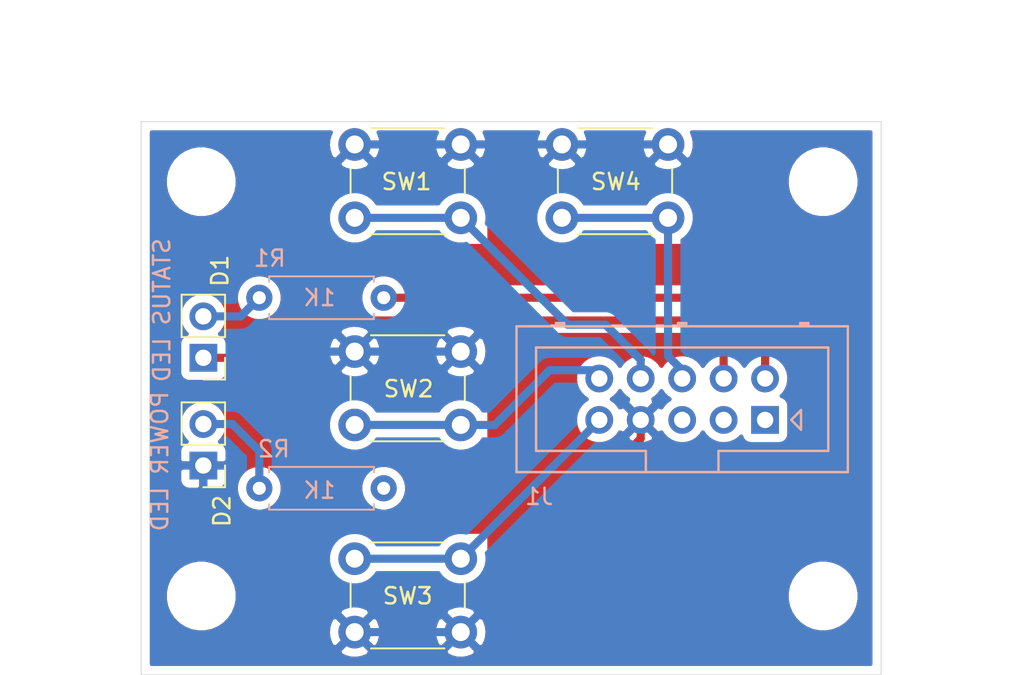
<source format=kicad_pcb>
(kicad_pcb (version 20171130) (host pcbnew 5.1.8-5.1.8)

  (general
    (thickness 1.6)
    (drawings 9)
    (tracks 53)
    (zones 0)
    (modules 13)
    (nets 13)
  )

  (page A4)
  (title_block
    (title "FloppyEmu Button Panel")
    (date 2022-05-16)
    (rev 1.0)
    (company "Thorsten Brehm")
  )

  (layers
    (0 F.Cu signal)
    (31 B.Cu signal)
    (32 B.Adhes user)
    (33 F.Adhes user)
    (34 B.Paste user)
    (35 F.Paste user)
    (36 B.SilkS user)
    (37 F.SilkS user)
    (38 B.Mask user)
    (39 F.Mask user)
    (40 Dwgs.User user)
    (41 Cmts.User user)
    (42 Eco1.User user)
    (43 Eco2.User user)
    (44 Edge.Cuts user)
    (45 Margin user)
    (46 B.CrtYd user)
    (47 F.CrtYd user)
    (48 B.Fab user)
    (49 F.Fab user)
  )

  (setup
    (last_trace_width 0.5)
    (user_trace_width 0.5)
    (trace_clearance 0.2)
    (zone_clearance 0.508)
    (zone_45_only no)
    (trace_min 0.2)
    (via_size 0.8)
    (via_drill 0.4)
    (via_min_size 0.4)
    (via_min_drill 0.3)
    (uvia_size 0.3)
    (uvia_drill 0.1)
    (uvias_allowed no)
    (uvia_min_size 0.2)
    (uvia_min_drill 0.1)
    (edge_width 0.05)
    (segment_width 0.2)
    (pcb_text_width 0.3)
    (pcb_text_size 1.5 1.5)
    (mod_edge_width 0.12)
    (mod_text_size 1 1)
    (mod_text_width 0.15)
    (pad_size 3.2 3.2)
    (pad_drill 3.2)
    (pad_to_mask_clearance 0)
    (aux_axis_origin 0 0)
    (visible_elements FFFFFF7F)
    (pcbplotparams
      (layerselection 0x010fc_ffffffff)
      (usegerberextensions false)
      (usegerberattributes true)
      (usegerberadvancedattributes true)
      (creategerberjobfile true)
      (excludeedgelayer true)
      (linewidth 0.100000)
      (plotframeref false)
      (viasonmask false)
      (mode 1)
      (useauxorigin false)
      (hpglpennumber 1)
      (hpglpenspeed 20)
      (hpglpendiameter 15.000000)
      (psnegative false)
      (psa4output false)
      (plotreference true)
      (plotvalue true)
      (plotinvisibletext false)
      (padsonsilk false)
      (subtractmaskfromsilk false)
      (outputformat 4)
      (mirror false)
      (drillshape 0)
      (scaleselection 1)
      (outputdirectory "/home/brehm/Daten/Hardware/KiCad/FloppyEmu/FloppyEmuButtonPanel/Print/"))
  )

  (net 0 "")
  (net 1 +5V)
  (net 2 /SELECT)
  (net 3 /PREVIOUS)
  (net 4 /RESET)
  (net 5 /STATUS)
  (net 6 GND)
  (net 7 /NEXT)
  (net 8 "Net-(D1-Pad2)")
  (net 9 "Net-(J1-Pad5)")
  (net 10 "Net-(D2-Pad2)")
  (net 11 "Net-(J1-Pad3)")
  (net 12 "Net-(J1-Pad1)")

  (net_class Default "This is the default net class."
    (clearance 0.2)
    (trace_width 0.25)
    (via_dia 0.8)
    (via_drill 0.4)
    (uvia_dia 0.3)
    (uvia_drill 0.1)
    (add_net +5V)
    (add_net /NEXT)
    (add_net /PREVIOUS)
    (add_net /RESET)
    (add_net /SELECT)
    (add_net /STATUS)
    (add_net GND)
    (add_net "Net-(D1-Pad2)")
    (add_net "Net-(D2-Pad2)")
    (add_net "Net-(J1-Pad1)")
    (add_net "Net-(J1-Pad3)")
    (add_net "Net-(J1-Pad5)")
  )

  (module Mounting_Holes:MountingHole_3.2mm_M3 (layer F.Cu) (tedit 56D1B4CB) (tstamp 6282B512)
    (at 140.462 96.266)
    (descr "Mounting Hole 3.2mm, no annular, M3")
    (tags "mounting hole 3.2mm no annular m3")
    (path /6283B47E)
    (attr virtual)
    (fp_text reference H4 (at 0 -4.2) (layer F.SilkS) hide
      (effects (font (size 1 1) (thickness 0.15)))
    )
    (fp_text value MountingHole (at 0 4.2) (layer F.Fab) hide
      (effects (font (size 1 1) (thickness 0.15)))
    )
    (fp_circle (center 0 0) (end 3.45 0) (layer F.CrtYd) (width 0.05))
    (fp_circle (center 0 0) (end 3.2 0) (layer Cmts.User) (width 0.15))
    (fp_text user %R (at 0.3 0) (layer F.Fab)
      (effects (font (size 1 1) (thickness 0.15)))
    )
    (pad 1 np_thru_hole circle (at 0 0) (size 3.2 3.2) (drill 3.2) (layers *.Cu *.Mask))
  )

  (module Mounting_Holes:MountingHole_3.2mm_M3 (layer F.Cu) (tedit 56D1B4CB) (tstamp 6282B50F)
    (at 140.462 70.866)
    (descr "Mounting Hole 3.2mm, no annular, M3")
    (tags "mounting hole 3.2mm no annular m3")
    (path /6283B185)
    (attr virtual)
    (fp_text reference H3 (at 0 -4.2) (layer F.SilkS) hide
      (effects (font (size 1 1) (thickness 0.15)))
    )
    (fp_text value MountingHole (at 0 4.2) (layer F.Fab) hide
      (effects (font (size 1 1) (thickness 0.15)))
    )
    (fp_circle (center 0 0) (end 3.45 0) (layer F.CrtYd) (width 0.05))
    (fp_circle (center 0 0) (end 3.2 0) (layer Cmts.User) (width 0.15))
    (fp_text user %R (at 0.3 0) (layer F.Fab)
      (effects (font (size 1 1) (thickness 0.15)))
    )
    (pad 1 np_thru_hole circle (at 0 0) (size 3.2 3.2) (drill 3.2) (layers *.Cu *.Mask))
  )

  (module Mounting_Holes:MountingHole_3.2mm_M3 (layer F.Cu) (tedit 56D1B4CB) (tstamp 6282B6F4)
    (at 102.362 70.866)
    (descr "Mounting Hole 3.2mm, no annular, M3")
    (tags "mounting hole 3.2mm no annular m3")
    (path /6283AD76)
    (attr virtual)
    (fp_text reference H2 (at 0 -4.2) (layer F.SilkS) hide
      (effects (font (size 1 1) (thickness 0.15)))
    )
    (fp_text value MountingHole (at 0 4.2) (layer F.Fab) hide
      (effects (font (size 1 1) (thickness 0.15)))
    )
    (fp_circle (center 0 0) (end 3.45 0) (layer F.CrtYd) (width 0.05))
    (fp_circle (center 0 0) (end 3.2 0) (layer Cmts.User) (width 0.15))
    (fp_text user %R (at 0.3 0) (layer F.Fab)
      (effects (font (size 1 1) (thickness 0.15)))
    )
    (pad 1 np_thru_hole circle (at 0 0) (size 3.2 3.2) (drill 3.2) (layers *.Cu *.Mask))
  )

  (module Mounting_Holes:MountingHole_3.2mm_M3 (layer F.Cu) (tedit 56D1B4CB) (tstamp 6282B509)
    (at 102.362 96.266)
    (descr "Mounting Hole 3.2mm, no annular, M3")
    (tags "mounting hole 3.2mm no annular m3")
    (path /6283B6E3)
    (attr virtual)
    (fp_text reference H1 (at 0 -4.2) (layer F.SilkS) hide
      (effects (font (size 1 1) (thickness 0.15)))
    )
    (fp_text value MountingHole (at 0 4.2) (layer F.Fab) hide
      (effects (font (size 1 1) (thickness 0.15)))
    )
    (fp_circle (center 0 0) (end 3.45 0) (layer F.CrtYd) (width 0.05))
    (fp_circle (center 0 0) (end 3.2 0) (layer Cmts.User) (width 0.15))
    (fp_text user %R (at 0.3 0) (layer F.Fab)
      (effects (font (size 1 1) (thickness 0.15)))
    )
    (pad 1 np_thru_hole circle (at 0 0) (size 3.2 3.2) (drill 3.2) (layers *.Cu *.Mask))
  )

  (module ThorstensFootprints:Box_Header_2x05x2.54mm_Straight (layer B.Cu) (tedit 59B4401C) (tstamp 6280F71D)
    (at 136.906 85.471 180)
    (descr http://www.farnell.com/datasheets/1520732.pdf)
    (tags "connector multicomp MC9A MC9A12")
    (path /62826E2B)
    (fp_text reference J1 (at 13.843 -4.699) (layer B.SilkS)
      (effects (font (size 1 1) (thickness 0.15)) (justify mirror))
    )
    (fp_text value ButtonPanel (at 4.699 -4.953) (layer F.Fab)
      (effects (font (size 1 1) (thickness 0.15)))
    )
    (fp_line (start 15.75 -3.7) (end -5.55 -3.7) (layer B.CrtYd) (width 0.05))
    (fp_line (start 15.75 6.25) (end 15.75 -3.7) (layer B.CrtYd) (width 0.05))
    (fp_line (start -5.55 6.25) (end 15.75 6.25) (layer B.CrtYd) (width 0.05))
    (fp_line (start -5.55 -3.7) (end -5.55 6.25) (layer B.CrtYd) (width 0.05))
    (fp_line (start -1.6 0) (end -2.2 -0.6) (layer B.SilkS) (width 0.15))
    (fp_line (start -2.2 0.6) (end -1.6 0) (layer B.SilkS) (width 0.15))
    (fp_line (start -2.2 -0.6) (end -2.2 0.6) (layer B.SilkS) (width 0.15))
    (fp_line (start -2.65 5.84) (end -2.15 5.84) (layer B.SilkS) (width 0.15))
    (fp_line (start -2.15 5.94) (end -2.15 5.74) (layer B.SilkS) (width 0.15))
    (fp_line (start -2.65 5.94) (end -2.15 5.94) (layer B.SilkS) (width 0.15))
    (fp_line (start -2.65 5.74) (end -2.65 5.94) (layer B.SilkS) (width 0.15))
    (fp_line (start 12.31 5.84) (end 12.81 5.84) (layer B.SilkS) (width 0.15))
    (fp_line (start 12.81 5.94) (end 12.81 5.74) (layer B.SilkS) (width 0.15))
    (fp_line (start 12.31 5.94) (end 12.81 5.94) (layer B.SilkS) (width 0.15))
    (fp_line (start 12.31 5.74) (end 12.31 5.94) (layer B.SilkS) (width 0.15))
    (fp_line (start 4.83 5.84) (end 5.33 5.84) (layer B.SilkS) (width 0.15))
    (fp_line (start 5.33 5.94) (end 5.33 5.74) (layer B.SilkS) (width 0.15))
    (fp_line (start 4.83 5.94) (end 5.33 5.94) (layer B.SilkS) (width 0.15))
    (fp_line (start 4.83 5.74) (end 4.83 5.94) (layer B.SilkS) (width 0.15))
    (fp_line (start 7.305 -1.9) (end 7.305 -3.2) (layer B.SilkS) (width 0.15))
    (fp_line (start 14.03 -1.9) (end 7.305 -1.9) (layer B.SilkS) (width 0.15))
    (fp_line (start 14.03 4.44) (end 14.03 -1.9) (layer B.SilkS) (width 0.15))
    (fp_line (start -3.87 4.44) (end 14.03 4.44) (layer B.SilkS) (width 0.15))
    (fp_line (start -3.87 -1.9) (end -3.87 4.44) (layer B.SilkS) (width 0.15))
    (fp_line (start 2.855 -1.9) (end -3.87 -1.9) (layer B.SilkS) (width 0.15))
    (fp_line (start 2.855 -3.2) (end 2.855 -1.9) (layer B.SilkS) (width 0.15))
    (fp_line (start 15.23 -3.2) (end -5.07 -3.2) (layer B.SilkS) (width 0.15))
    (fp_line (start 15.23 5.74) (end 15.23 -3.2) (layer B.SilkS) (width 0.15))
    (fp_line (start -5.07 5.74) (end 15.23 5.74) (layer B.SilkS) (width 0.15))
    (fp_line (start -5.07 -3.2) (end -5.07 5.74) (layer B.SilkS) (width 0.15))
    (fp_line (start -5.3 6) (end 15.5 6) (layer B.Fab) (width 0.1))
    (fp_line (start 15.5 6) (end 15.5 -3.5) (layer B.Fab) (width 0.1))
    (fp_line (start 15.5 -3.5) (end -5.3 -3.5) (layer B.Fab) (width 0.1))
    (fp_line (start -5.3 -3.5) (end -5.3 6) (layer B.Fab) (width 0.1))
    (fp_line (start -1.2 1.1) (end 1.2 1.1) (layer B.Fab) (width 0.1))
    (fp_line (start 1.2 1.1) (end 1.2 -1.2) (layer B.Fab) (width 0.1))
    (fp_line (start 1.2 -1.2) (end -1.2 -1.2) (layer B.Fab) (width 0.1))
    (fp_line (start -1.2 -1.2) (end -1.2 1.1) (layer B.Fab) (width 0.1))
    (fp_text user %R (at 13.716 -4.699 180) (layer B.Fab) hide
      (effects (font (size 1 1) (thickness 0.15)) (justify mirror))
    )
    (pad 10 thru_hole circle (at 10.16 2.54 180) (size 1.7 1.7) (drill 1) (layers *.Cu *.Mask)
      (net 2 /SELECT))
    (pad 9 thru_hole circle (at 10.16 0 180) (size 1.7 1.7) (drill 1) (layers *.Cu *.Mask)
      (net 7 /NEXT))
    (pad 8 thru_hole circle (at 7.62 2.54 180) (size 1.7 1.7) (drill 1) (layers *.Cu *.Mask)
      (net 3 /PREVIOUS))
    (pad 7 thru_hole circle (at 7.62 0 180) (size 1.7 1.7) (drill 1) (layers *.Cu *.Mask)
      (net 6 GND))
    (pad 6 thru_hole circle (at 5.08 2.54 180) (size 1.7 1.7) (drill 1) (layers *.Cu *.Mask)
      (net 4 /RESET))
    (pad 5 thru_hole circle (at 5.08 0 180) (size 1.7 1.7) (drill 1) (layers *.Cu *.Mask)
      (net 9 "Net-(J1-Pad5)"))
    (pad 4 thru_hole circle (at 2.54 2.54 180) (size 1.7 1.7) (drill 1) (layers *.Cu *.Mask)
      (net 5 /STATUS))
    (pad 3 thru_hole circle (at 2.54 0 180) (size 1.7 1.7) (drill 1) (layers *.Cu *.Mask)
      (net 11 "Net-(J1-Pad3)"))
    (pad 2 thru_hole circle (at 0 2.54 180) (size 1.7 1.7) (drill 1) (layers *.Cu *.Mask)
      (net 1 +5V))
    (pad 1 thru_hole rect (at 0 0 180) (size 1.7 1.7) (drill 1) (layers *.Cu *.Mask)
      (net 12 "Net-(J1-Pad1)"))
    (model ${KISYS3DMOD}/LibreSolar.3dshapes/Wuerth_WR-WTB_61201021621.stp
      (offset (xyz 5.079999923706055 1.269999980926514 4.499999932416782))
      (scale (xyz 1 1 1))
      (rotate (xyz 0 0 0))
    )
  )

  (module Resistors_THT:R_Axial_DIN0207_L6.3mm_D2.5mm_P7.62mm_Horizontal (layer B.Cu) (tedit 5874F706) (tstamp 6280EAEF)
    (at 113.538 89.662 180)
    (descr "Resistor, Axial_DIN0207 series, Axial, Horizontal, pin pitch=7.62mm, 0.25W = 1/4W, length*diameter=6.3*2.5mm^2, http://cdn-reichelt.de/documents/datenblatt/B400/1_4W%23YAG.pdf")
    (tags "Resistor Axial_DIN0207 series Axial Horizontal pin pitch 7.62mm 0.25W = 1/4W length 6.3mm diameter 2.5mm")
    (path /6274C43F)
    (fp_text reference R2 (at 6.731 2.413 180) (layer B.SilkS)
      (effects (font (size 1 1) (thickness 0.15)) (justify mirror))
    )
    (fp_text value 1K (at 3.937 -0.127 180) (layer B.SilkS)
      (effects (font (size 1 1) (thickness 0.15)) (justify mirror))
    )
    (fp_line (start 0.66 1.25) (end 0.66 -1.25) (layer B.Fab) (width 0.1))
    (fp_line (start 0.66 -1.25) (end 6.96 -1.25) (layer B.Fab) (width 0.1))
    (fp_line (start 6.96 -1.25) (end 6.96 1.25) (layer B.Fab) (width 0.1))
    (fp_line (start 6.96 1.25) (end 0.66 1.25) (layer B.Fab) (width 0.1))
    (fp_line (start 0 0) (end 0.66 0) (layer B.Fab) (width 0.1))
    (fp_line (start 7.62 0) (end 6.96 0) (layer B.Fab) (width 0.1))
    (fp_line (start 0.6 0.98) (end 0.6 1.31) (layer B.SilkS) (width 0.12))
    (fp_line (start 0.6 1.31) (end 7.02 1.31) (layer B.SilkS) (width 0.12))
    (fp_line (start 7.02 1.31) (end 7.02 0.98) (layer B.SilkS) (width 0.12))
    (fp_line (start 0.6 -0.98) (end 0.6 -1.31) (layer B.SilkS) (width 0.12))
    (fp_line (start 0.6 -1.31) (end 7.02 -1.31) (layer B.SilkS) (width 0.12))
    (fp_line (start 7.02 -1.31) (end 7.02 -0.98) (layer B.SilkS) (width 0.12))
    (fp_line (start -1.05 1.6) (end -1.05 -1.6) (layer B.CrtYd) (width 0.05))
    (fp_line (start -1.05 -1.6) (end 8.7 -1.6) (layer B.CrtYd) (width 0.05))
    (fp_line (start 8.7 -1.6) (end 8.7 1.6) (layer B.CrtYd) (width 0.05))
    (fp_line (start 8.7 1.6) (end -1.05 1.6) (layer B.CrtYd) (width 0.05))
    (pad 1 thru_hole circle (at 0 0 180) (size 1.6 1.6) (drill 0.8) (layers *.Cu *.Mask)
      (net 1 +5V))
    (pad 2 thru_hole oval (at 7.62 0 180) (size 1.6 1.6) (drill 0.8) (layers *.Cu *.Mask)
      (net 10 "Net-(D2-Pad2)"))
    (model ${KISYS3DMOD}/Resistors_THT.3dshapes/R_Axial_DIN0207_L6.3mm_D2.5mm_P7.62mm_Horizontal.wrl
      (at (xyz 0 0 0))
      (scale (xyz 0.393701 0.393701 0.393701))
      (rotate (xyz 0 0 0))
    )
  )

  (module Pin_Headers:Pin_Header_Straight_1x02_Pitch2.54mm (layer F.Cu) (tedit 59650532) (tstamp 628100A5)
    (at 102.489 88.265 180)
    (descr "Through hole straight pin header, 1x02, 2.54mm pitch, single row")
    (tags "Through hole pin header THT 1x02 2.54mm single row")
    (path /6274C215)
    (fp_text reference D2 (at -1.143 -2.794 90) (layer F.SilkS)
      (effects (font (size 1 1) (thickness 0.15)))
    )
    (fp_text value "POWER LED" (at 2.667 0.254 90) (layer B.SilkS)
      (effects (font (size 1 1) (thickness 0.15)) (justify mirror))
    )
    (fp_line (start -0.635 -1.27) (end 1.27 -1.27) (layer F.Fab) (width 0.1))
    (fp_line (start 1.27 -1.27) (end 1.27 3.81) (layer F.Fab) (width 0.1))
    (fp_line (start 1.27 3.81) (end -1.27 3.81) (layer F.Fab) (width 0.1))
    (fp_line (start -1.27 3.81) (end -1.27 -0.635) (layer F.Fab) (width 0.1))
    (fp_line (start -1.27 -0.635) (end -0.635 -1.27) (layer F.Fab) (width 0.1))
    (fp_line (start -1.33 3.87) (end 1.33 3.87) (layer F.SilkS) (width 0.12))
    (fp_line (start -1.33 1.27) (end -1.33 3.87) (layer F.SilkS) (width 0.12))
    (fp_line (start 1.33 1.27) (end 1.33 3.87) (layer F.SilkS) (width 0.12))
    (fp_line (start -1.33 1.27) (end 1.33 1.27) (layer F.SilkS) (width 0.12))
    (fp_line (start -1.33 0) (end -1.33 -1.33) (layer F.SilkS) (width 0.12))
    (fp_line (start -1.33 -1.33) (end 0 -1.33) (layer F.SilkS) (width 0.12))
    (fp_line (start -1.8 -1.8) (end -1.8 4.35) (layer F.CrtYd) (width 0.05))
    (fp_line (start -1.8 4.35) (end 1.8 4.35) (layer F.CrtYd) (width 0.05))
    (fp_line (start 1.8 4.35) (end 1.8 -1.8) (layer F.CrtYd) (width 0.05))
    (fp_line (start 1.8 -1.8) (end -1.8 -1.8) (layer F.CrtYd) (width 0.05))
    (fp_text user %R (at -2.54 2.032 90) (layer F.Fab) hide
      (effects (font (size 1 1) (thickness 0.15)))
    )
    (pad 1 thru_hole rect (at 0 0 180) (size 1.7 1.7) (drill 1) (layers *.Cu *.Mask)
      (net 6 GND))
    (pad 2 thru_hole oval (at 0 2.54 180) (size 1.7 1.7) (drill 1) (layers *.Cu *.Mask)
      (net 10 "Net-(D2-Pad2)"))
    (model ${KISYS3DMOD}/Pin_Headers.3dshapes/Pin_Header_Straight_1x02_Pitch2.54mm.wrl
      (at (xyz 0 0 0))
      (scale (xyz 1 1 1))
      (rotate (xyz 0 0 0))
    )
  )

  (module Resistors_THT:R_Axial_DIN0207_L6.3mm_D2.5mm_P7.62mm_Horizontal (layer B.Cu) (tedit 5874F706) (tstamp 6274511F)
    (at 113.538 77.978 180)
    (descr "Resistor, Axial_DIN0207 series, Axial, Horizontal, pin pitch=7.62mm, 0.25W = 1/4W, length*diameter=6.3*2.5mm^2, http://cdn-reichelt.de/documents/datenblatt/B400/1_4W%23YAG.pdf")
    (tags "Resistor Axial_DIN0207 series Axial Horizontal pin pitch 7.62mm 0.25W = 1/4W length 6.3mm diameter 2.5mm")
    (path /6274AF14)
    (fp_text reference R1 (at 6.985 2.413 180) (layer B.SilkS)
      (effects (font (size 1 1) (thickness 0.15)) (justify mirror))
    )
    (fp_text value 1K (at 3.937 0 180) (layer B.SilkS)
      (effects (font (size 1 1) (thickness 0.15)) (justify mirror))
    )
    (fp_line (start 0.66 1.25) (end 0.66 -1.25) (layer B.Fab) (width 0.1))
    (fp_line (start 0.66 -1.25) (end 6.96 -1.25) (layer B.Fab) (width 0.1))
    (fp_line (start 6.96 -1.25) (end 6.96 1.25) (layer B.Fab) (width 0.1))
    (fp_line (start 6.96 1.25) (end 0.66 1.25) (layer B.Fab) (width 0.1))
    (fp_line (start 0 0) (end 0.66 0) (layer B.Fab) (width 0.1))
    (fp_line (start 7.62 0) (end 6.96 0) (layer B.Fab) (width 0.1))
    (fp_line (start 0.6 0.98) (end 0.6 1.31) (layer B.SilkS) (width 0.12))
    (fp_line (start 0.6 1.31) (end 7.02 1.31) (layer B.SilkS) (width 0.12))
    (fp_line (start 7.02 1.31) (end 7.02 0.98) (layer B.SilkS) (width 0.12))
    (fp_line (start 0.6 -0.98) (end 0.6 -1.31) (layer B.SilkS) (width 0.12))
    (fp_line (start 0.6 -1.31) (end 7.02 -1.31) (layer B.SilkS) (width 0.12))
    (fp_line (start 7.02 -1.31) (end 7.02 -0.98) (layer B.SilkS) (width 0.12))
    (fp_line (start -1.05 1.6) (end -1.05 -1.6) (layer B.CrtYd) (width 0.05))
    (fp_line (start -1.05 -1.6) (end 8.7 -1.6) (layer B.CrtYd) (width 0.05))
    (fp_line (start 8.7 -1.6) (end 8.7 1.6) (layer B.CrtYd) (width 0.05))
    (fp_line (start 8.7 1.6) (end -1.05 1.6) (layer B.CrtYd) (width 0.05))
    (pad 1 thru_hole circle (at 0 0 180) (size 1.6 1.6) (drill 0.8) (layers *.Cu *.Mask)
      (net 1 +5V))
    (pad 2 thru_hole oval (at 7.62 0 180) (size 1.6 1.6) (drill 0.8) (layers *.Cu *.Mask)
      (net 8 "Net-(D1-Pad2)"))
    (model ${KISYS3DMOD}/Resistors_THT.3dshapes/R_Axial_DIN0207_L6.3mm_D2.5mm_P7.62mm_Horizontal.wrl
      (at (xyz 0 0 0))
      (scale (xyz 0.393701 0.393701 0.393701))
      (rotate (xyz 0 0 0))
    )
  )

  (module Pin_Headers:Pin_Header_Straight_1x02_Pitch2.54mm (layer F.Cu) (tedit 59650532) (tstamp 6280E674)
    (at 102.489 81.661 180)
    (descr "Through hole straight pin header, 1x02, 2.54mm pitch, single row")
    (tags "Through hole pin header THT 1x02 2.54mm single row")
    (path /6274B5B6)
    (fp_text reference D1 (at -1.016 5.334 90) (layer F.SilkS)
      (effects (font (size 1 1) (thickness 0.15)))
    )
    (fp_text value "STATUS LED" (at 2.54 2.921 90) (layer B.SilkS)
      (effects (font (size 1 1) (thickness 0.15)) (justify mirror))
    )
    (fp_line (start -0.635 -1.27) (end 1.27 -1.27) (layer F.Fab) (width 0.1))
    (fp_line (start 1.27 -1.27) (end 1.27 3.81) (layer F.Fab) (width 0.1))
    (fp_line (start 1.27 3.81) (end -1.27 3.81) (layer F.Fab) (width 0.1))
    (fp_line (start -1.27 3.81) (end -1.27 -0.635) (layer F.Fab) (width 0.1))
    (fp_line (start -1.27 -0.635) (end -0.635 -1.27) (layer F.Fab) (width 0.1))
    (fp_line (start -1.33 3.87) (end 1.33 3.87) (layer F.SilkS) (width 0.12))
    (fp_line (start -1.33 1.27) (end -1.33 3.87) (layer F.SilkS) (width 0.12))
    (fp_line (start 1.33 1.27) (end 1.33 3.87) (layer F.SilkS) (width 0.12))
    (fp_line (start -1.33 1.27) (end 1.33 1.27) (layer F.SilkS) (width 0.12))
    (fp_line (start -1.33 0) (end -1.33 -1.33) (layer F.SilkS) (width 0.12))
    (fp_line (start -1.33 -1.33) (end 0 -1.33) (layer F.SilkS) (width 0.12))
    (fp_line (start -1.8 -1.8) (end -1.8 4.35) (layer F.CrtYd) (width 0.05))
    (fp_line (start -1.8 4.35) (end 1.8 4.35) (layer F.CrtYd) (width 0.05))
    (fp_line (start 1.8 4.35) (end 1.8 -1.8) (layer F.CrtYd) (width 0.05))
    (fp_line (start 1.8 -1.8) (end -1.8 -1.8) (layer F.CrtYd) (width 0.05))
    (fp_text user %R (at -2.667 0.127 90) (layer F.Fab) hide
      (effects (font (size 1 1) (thickness 0.15)))
    )
    (pad 1 thru_hole rect (at 0 0 180) (size 1.7 1.7) (drill 1) (layers *.Cu *.Mask)
      (net 5 /STATUS))
    (pad 2 thru_hole oval (at 0 2.54 180) (size 1.7 1.7) (drill 1) (layers *.Cu *.Mask)
      (net 8 "Net-(D1-Pad2)"))
    (model ${KISYS3DMOD}/Pin_Headers.3dshapes/Pin_Header_Straight_1x02_Pitch2.54mm.wrl
      (at (xyz 0 0 0))
      (scale (xyz 1 1 1))
      (rotate (xyz 0 0 0))
    )
  )

  (module Buttons_Switches_THT:SW_PUSH_6mm_h5mm (layer F.Cu) (tedit 5923F252) (tstamp 6274514C)
    (at 111.76 68.58)
    (descr "tactile push button, 6x6mm e.g. PHAP33xx series, height=5mm")
    (tags "tact sw push 6mm")
    (path /62744C78)
    (fp_text reference SW1 (at 3.175 2.286) (layer F.SilkS)
      (effects (font (size 1 1) (thickness 0.15)))
    )
    (fp_text value PREVIOUS/UP (at 3.75 6.7) (layer F.Fab)
      (effects (font (size 1 1) (thickness 0.15)))
    )
    (fp_line (start 3.25 -0.75) (end 6.25 -0.75) (layer F.Fab) (width 0.1))
    (fp_line (start 6.25 -0.75) (end 6.25 5.25) (layer F.Fab) (width 0.1))
    (fp_line (start 6.25 5.25) (end 0.25 5.25) (layer F.Fab) (width 0.1))
    (fp_line (start 0.25 5.25) (end 0.25 -0.75) (layer F.Fab) (width 0.1))
    (fp_line (start 0.25 -0.75) (end 3.25 -0.75) (layer F.Fab) (width 0.1))
    (fp_line (start 7.75 6) (end 8 6) (layer F.CrtYd) (width 0.05))
    (fp_line (start 8 6) (end 8 5.75) (layer F.CrtYd) (width 0.05))
    (fp_line (start 7.75 -1.5) (end 8 -1.5) (layer F.CrtYd) (width 0.05))
    (fp_line (start 8 -1.5) (end 8 -1.25) (layer F.CrtYd) (width 0.05))
    (fp_line (start -1.5 -1.25) (end -1.5 -1.5) (layer F.CrtYd) (width 0.05))
    (fp_line (start -1.5 -1.5) (end -1.25 -1.5) (layer F.CrtYd) (width 0.05))
    (fp_line (start -1.5 5.75) (end -1.5 6) (layer F.CrtYd) (width 0.05))
    (fp_line (start -1.5 6) (end -1.25 6) (layer F.CrtYd) (width 0.05))
    (fp_line (start -1.25 -1.5) (end 7.75 -1.5) (layer F.CrtYd) (width 0.05))
    (fp_line (start -1.5 5.75) (end -1.5 -1.25) (layer F.CrtYd) (width 0.05))
    (fp_line (start 7.75 6) (end -1.25 6) (layer F.CrtYd) (width 0.05))
    (fp_line (start 8 -1.25) (end 8 5.75) (layer F.CrtYd) (width 0.05))
    (fp_line (start 1 5.5) (end 5.5 5.5) (layer F.SilkS) (width 0.12))
    (fp_line (start -0.25 1.5) (end -0.25 3) (layer F.SilkS) (width 0.12))
    (fp_line (start 5.5 -1) (end 1 -1) (layer F.SilkS) (width 0.12))
    (fp_line (start 6.75 3) (end 6.75 1.5) (layer F.SilkS) (width 0.12))
    (fp_circle (center 3.25 2.25) (end 1.25 2.5) (layer F.Fab) (width 0.1))
    (fp_text user %R (at 3.048 2.157999) (layer F.Fab) hide
      (effects (font (size 1 1) (thickness 0.15)))
    )
    (pad 1 thru_hole circle (at 6.5 0 90) (size 2 2) (drill 1.1) (layers *.Cu *.Mask)
      (net 6 GND))
    (pad 2 thru_hole circle (at 6.5 4.5 90) (size 2 2) (drill 1.1) (layers *.Cu *.Mask)
      (net 3 /PREVIOUS))
    (pad 1 thru_hole circle (at 0 0 90) (size 2 2) (drill 1.1) (layers *.Cu *.Mask)
      (net 6 GND))
    (pad 2 thru_hole circle (at 0 4.5 90) (size 2 2) (drill 1.1) (layers *.Cu *.Mask)
      (net 3 /PREVIOUS))
    (model ${KISYS3DMOD}/Buttons_Switches_THT.3dshapes/SW_PUSH_6mm_h5mm.wrl
      (offset (xyz 0.1269999980926514 0 0))
      (scale (xyz 0.3937 0.3937 0.3937))
      (rotate (xyz 0 0 0))
    )
  )

  (module Buttons_Switches_THT:SW_PUSH_6mm_h5mm (layer F.Cu) (tedit 5923F252) (tstamp 6274516B)
    (at 111.76 81.28)
    (descr "tactile push button, 6x6mm e.g. PHAP33xx series, height=5mm")
    (tags "tact sw push 6mm")
    (path /62744E61)
    (fp_text reference SW2 (at 3.302 2.286) (layer F.SilkS)
      (effects (font (size 1 1) (thickness 0.15)))
    )
    (fp_text value SELECT (at 3.75 6.7) (layer F.Fab)
      (effects (font (size 1 1) (thickness 0.15)))
    )
    (fp_circle (center 3.25 2.25) (end 1.25 2.5) (layer F.Fab) (width 0.1))
    (fp_line (start 6.75 3) (end 6.75 1.5) (layer F.SilkS) (width 0.12))
    (fp_line (start 5.5 -1) (end 1 -1) (layer F.SilkS) (width 0.12))
    (fp_line (start -0.25 1.5) (end -0.25 3) (layer F.SilkS) (width 0.12))
    (fp_line (start 1 5.5) (end 5.5 5.5) (layer F.SilkS) (width 0.12))
    (fp_line (start 8 -1.25) (end 8 5.75) (layer F.CrtYd) (width 0.05))
    (fp_line (start 7.75 6) (end -1.25 6) (layer F.CrtYd) (width 0.05))
    (fp_line (start -1.5 5.75) (end -1.5 -1.25) (layer F.CrtYd) (width 0.05))
    (fp_line (start -1.25 -1.5) (end 7.75 -1.5) (layer F.CrtYd) (width 0.05))
    (fp_line (start -1.5 6) (end -1.25 6) (layer F.CrtYd) (width 0.05))
    (fp_line (start -1.5 5.75) (end -1.5 6) (layer F.CrtYd) (width 0.05))
    (fp_line (start -1.5 -1.5) (end -1.25 -1.5) (layer F.CrtYd) (width 0.05))
    (fp_line (start -1.5 -1.25) (end -1.5 -1.5) (layer F.CrtYd) (width 0.05))
    (fp_line (start 8 -1.5) (end 8 -1.25) (layer F.CrtYd) (width 0.05))
    (fp_line (start 7.75 -1.5) (end 8 -1.5) (layer F.CrtYd) (width 0.05))
    (fp_line (start 8 6) (end 8 5.75) (layer F.CrtYd) (width 0.05))
    (fp_line (start 7.75 6) (end 8 6) (layer F.CrtYd) (width 0.05))
    (fp_line (start 0.25 -0.75) (end 3.25 -0.75) (layer F.Fab) (width 0.1))
    (fp_line (start 0.25 5.25) (end 0.25 -0.75) (layer F.Fab) (width 0.1))
    (fp_line (start 6.25 5.25) (end 0.25 5.25) (layer F.Fab) (width 0.1))
    (fp_line (start 6.25 -0.75) (end 6.25 5.25) (layer F.Fab) (width 0.1))
    (fp_line (start 3.25 -0.75) (end 6.25 -0.75) (layer F.Fab) (width 0.1))
    (fp_text user %R (at 3.25 2.25) (layer F.Fab) hide
      (effects (font (size 1 1) (thickness 0.15)))
    )
    (pad 2 thru_hole circle (at 0 4.5 90) (size 2 2) (drill 1.1) (layers *.Cu *.Mask)
      (net 2 /SELECT))
    (pad 1 thru_hole circle (at 0 0 90) (size 2 2) (drill 1.1) (layers *.Cu *.Mask)
      (net 6 GND))
    (pad 2 thru_hole circle (at 6.5 4.5 90) (size 2 2) (drill 1.1) (layers *.Cu *.Mask)
      (net 2 /SELECT))
    (pad 1 thru_hole circle (at 6.5 0 90) (size 2 2) (drill 1.1) (layers *.Cu *.Mask)
      (net 6 GND))
    (model ${KISYS3DMOD}/Buttons_Switches_THT.3dshapes/SW_PUSH_6mm_h5mm.wrl
      (offset (xyz 0.1269999980926514 0 0))
      (scale (xyz 0.3937 0.3937 0.3937))
      (rotate (xyz 0 0 0))
    )
  )

  (module Buttons_Switches_THT:SW_PUSH_6mm_h5mm (layer F.Cu) (tedit 5923F252) (tstamp 627454DD)
    (at 111.76 93.98)
    (descr "tactile push button, 6x6mm e.g. PHAP33xx series, height=5mm")
    (tags "tact sw push 6mm")
    (path /62745058)
    (fp_text reference SW3 (at 3.25 2.286) (layer F.SilkS)
      (effects (font (size 1 1) (thickness 0.15)))
    )
    (fp_text value NEXT/DOWN (at 3.302 -2.286) (layer F.Fab)
      (effects (font (size 1 1) (thickness 0.15)))
    )
    (fp_line (start 3.25 -0.75) (end 6.25 -0.75) (layer F.Fab) (width 0.1))
    (fp_line (start 6.25 -0.75) (end 6.25 5.25) (layer F.Fab) (width 0.1))
    (fp_line (start 6.25 5.25) (end 0.25 5.25) (layer F.Fab) (width 0.1))
    (fp_line (start 0.25 5.25) (end 0.25 -0.75) (layer F.Fab) (width 0.1))
    (fp_line (start 0.25 -0.75) (end 3.25 -0.75) (layer F.Fab) (width 0.1))
    (fp_line (start 7.75 6) (end 8 6) (layer F.CrtYd) (width 0.05))
    (fp_line (start 8 6) (end 8 5.75) (layer F.CrtYd) (width 0.05))
    (fp_line (start 7.75 -1.5) (end 8 -1.5) (layer F.CrtYd) (width 0.05))
    (fp_line (start 8 -1.5) (end 8 -1.25) (layer F.CrtYd) (width 0.05))
    (fp_line (start -1.5 -1.25) (end -1.5 -1.5) (layer F.CrtYd) (width 0.05))
    (fp_line (start -1.5 -1.5) (end -1.25 -1.5) (layer F.CrtYd) (width 0.05))
    (fp_line (start -1.5 5.75) (end -1.5 6) (layer F.CrtYd) (width 0.05))
    (fp_line (start -1.5 6) (end -1.25 6) (layer F.CrtYd) (width 0.05))
    (fp_line (start -1.25 -1.5) (end 7.75 -1.5) (layer F.CrtYd) (width 0.05))
    (fp_line (start -1.5 5.75) (end -1.5 -1.25) (layer F.CrtYd) (width 0.05))
    (fp_line (start 7.75 6) (end -1.25 6) (layer F.CrtYd) (width 0.05))
    (fp_line (start 8 -1.25) (end 8 5.75) (layer F.CrtYd) (width 0.05))
    (fp_line (start 1 5.5) (end 5.5 5.5) (layer F.SilkS) (width 0.12))
    (fp_line (start -0.25 1.5) (end -0.25 3) (layer F.SilkS) (width 0.12))
    (fp_line (start 5.5 -1) (end 1 -1) (layer F.SilkS) (width 0.12))
    (fp_line (start 6.75 3) (end 6.75 1.5) (layer F.SilkS) (width 0.12))
    (fp_circle (center 3.25 2.25) (end 1.25 2.5) (layer F.Fab) (width 0.1))
    (fp_text user %R (at 3.25 2.25) (layer F.Fab) hide
      (effects (font (size 1 1) (thickness 0.15)))
    )
    (pad 1 thru_hole circle (at 6.5 0 90) (size 2 2) (drill 1.1) (layers *.Cu *.Mask)
      (net 7 /NEXT))
    (pad 2 thru_hole circle (at 6.5 4.5 90) (size 2 2) (drill 1.1) (layers *.Cu *.Mask)
      (net 6 GND))
    (pad 1 thru_hole circle (at 0 0 90) (size 2 2) (drill 1.1) (layers *.Cu *.Mask)
      (net 7 /NEXT))
    (pad 2 thru_hole circle (at 0 4.5 90) (size 2 2) (drill 1.1) (layers *.Cu *.Mask)
      (net 6 GND))
    (model ${KISYS3DMOD}/Buttons_Switches_THT.3dshapes/SW_PUSH_6mm_h5mm.wrl
      (offset (xyz 0.1269999980926514 0 0))
      (scale (xyz 0.3937 0.3937 0.3937))
      (rotate (xyz 0 0 0))
    )
  )

  (module Buttons_Switches_THT:SW_PUSH_6mm_h5mm (layer F.Cu) (tedit 5923F252) (tstamp 627451A9)
    (at 124.46 68.58)
    (descr "tactile push button, 6x6mm e.g. PHAP33xx series, height=5mm")
    (tags "tact sw push 6mm")
    (path /62745342)
    (fp_text reference SW4 (at 3.302 2.286) (layer F.SilkS)
      (effects (font (size 1 1) (thickness 0.15)))
    )
    (fp_text value RESET (at 3.75 6.7) (layer F.Fab)
      (effects (font (size 1 1) (thickness 0.15)))
    )
    (fp_circle (center 3.25 2.25) (end 1.25 2.5) (layer F.Fab) (width 0.1))
    (fp_line (start 6.75 3) (end 6.75 1.5) (layer F.SilkS) (width 0.12))
    (fp_line (start 5.5 -1) (end 1 -1) (layer F.SilkS) (width 0.12))
    (fp_line (start -0.25 1.5) (end -0.25 3) (layer F.SilkS) (width 0.12))
    (fp_line (start 1 5.5) (end 5.5 5.5) (layer F.SilkS) (width 0.12))
    (fp_line (start 8 -1.25) (end 8 5.75) (layer F.CrtYd) (width 0.05))
    (fp_line (start 7.75 6) (end -1.25 6) (layer F.CrtYd) (width 0.05))
    (fp_line (start -1.5 5.75) (end -1.5 -1.25) (layer F.CrtYd) (width 0.05))
    (fp_line (start -1.25 -1.5) (end 7.75 -1.5) (layer F.CrtYd) (width 0.05))
    (fp_line (start -1.5 6) (end -1.25 6) (layer F.CrtYd) (width 0.05))
    (fp_line (start -1.5 5.75) (end -1.5 6) (layer F.CrtYd) (width 0.05))
    (fp_line (start -1.5 -1.5) (end -1.25 -1.5) (layer F.CrtYd) (width 0.05))
    (fp_line (start -1.5 -1.25) (end -1.5 -1.5) (layer F.CrtYd) (width 0.05))
    (fp_line (start 8 -1.5) (end 8 -1.25) (layer F.CrtYd) (width 0.05))
    (fp_line (start 7.75 -1.5) (end 8 -1.5) (layer F.CrtYd) (width 0.05))
    (fp_line (start 8 6) (end 8 5.75) (layer F.CrtYd) (width 0.05))
    (fp_line (start 7.75 6) (end 8 6) (layer F.CrtYd) (width 0.05))
    (fp_line (start 0.25 -0.75) (end 3.25 -0.75) (layer F.Fab) (width 0.1))
    (fp_line (start 0.25 5.25) (end 0.25 -0.75) (layer F.Fab) (width 0.1))
    (fp_line (start 6.25 5.25) (end 0.25 5.25) (layer F.Fab) (width 0.1))
    (fp_line (start 6.25 -0.75) (end 6.25 5.25) (layer F.Fab) (width 0.1))
    (fp_line (start 3.25 -0.75) (end 6.25 -0.75) (layer F.Fab) (width 0.1))
    (fp_text user %R (at 3.484999 2.411999) (layer F.Fab) hide
      (effects (font (size 1 1) (thickness 0.15)))
    )
    (pad 2 thru_hole circle (at 0 4.5 90) (size 2 2) (drill 1.1) (layers *.Cu *.Mask)
      (net 4 /RESET))
    (pad 1 thru_hole circle (at 0 0 90) (size 2 2) (drill 1.1) (layers *.Cu *.Mask)
      (net 6 GND))
    (pad 2 thru_hole circle (at 6.5 4.5 90) (size 2 2) (drill 1.1) (layers *.Cu *.Mask)
      (net 4 /RESET))
    (pad 1 thru_hole circle (at 6.5 0 90) (size 2 2) (drill 1.1) (layers *.Cu *.Mask)
      (net 6 GND))
    (model ${KISYS3DMOD}/Buttons_Switches_THT.3dshapes/SW_PUSH_6mm_h5mm.wrl
      (offset (xyz 0.1269999980926514 0 0))
      (scale (xyz 0.3937 0.3937 0.3937))
      (rotate (xyz 0 0 0))
    )
  )

  (dimension 12.7 (width 0.15) (layer Dwgs.User)
    (gr_text "12,700 mm" (at 93.696 89.88 270) (layer Dwgs.User)
      (effects (font (size 1 1) (thickness 0.15)))
    )
    (feature1 (pts (xy 115.01 96.23) (xy 94.409579 96.23)))
    (feature2 (pts (xy 115.01 83.53) (xy 94.409579 83.53)))
    (crossbar (pts (xy 94.996 83.53) (xy 94.996 96.23)))
    (arrow1a (pts (xy 94.996 96.23) (xy 94.409579 95.103496)))
    (arrow1b (pts (xy 94.996 96.23) (xy 95.582421 95.103496)))
    (arrow2a (pts (xy 94.996 83.53) (xy 94.409579 84.656504)))
    (arrow2b (pts (xy 94.996 83.53) (xy 95.582421 84.656504)))
  )
  (dimension 12.7 (width 0.15) (layer Dwgs.User)
    (gr_text "12,700 mm" (at 93.696 77.18 270) (layer Dwgs.User)
      (effects (font (size 1 1) (thickness 0.15)))
    )
    (feature1 (pts (xy 115.01 83.53) (xy 94.409579 83.53)))
    (feature2 (pts (xy 115.01 70.83) (xy 94.409579 70.83)))
    (crossbar (pts (xy 94.996 70.83) (xy 94.996 83.53)))
    (arrow1a (pts (xy 94.996 83.53) (xy 94.409579 82.403496)))
    (arrow1b (pts (xy 94.996 83.53) (xy 95.582421 82.403496)))
    (arrow2a (pts (xy 94.996 70.83) (xy 94.409579 71.956504)))
    (arrow2b (pts (xy 94.996 70.83) (xy 95.582421 71.956504)))
  )
  (dimension 38.1 (width 0.15) (layer Dwgs.User)
    (gr_text "38,100 mm" (at 121.412 60.422) (layer Dwgs.User)
      (effects (font (size 1 1) (thickness 0.15)))
    )
    (feature1 (pts (xy 140.462 70.866) (xy 140.462 61.135579)))
    (feature2 (pts (xy 102.362 70.866) (xy 102.362 61.135579)))
    (crossbar (pts (xy 102.362 61.722) (xy 140.462 61.722)))
    (arrow1a (pts (xy 140.462 61.722) (xy 139.335496 62.308421)))
    (arrow1b (pts (xy 140.462 61.722) (xy 139.335496 61.135579)))
    (arrow2a (pts (xy 102.362 61.722) (xy 103.488504 62.308421)))
    (arrow2b (pts (xy 102.362 61.722) (xy 103.488504 61.135579)))
  )
  (dimension 12.7 (width 0.15) (layer Dwgs.User)
    (gr_text "12,700 mm" (at 121.36 64.232) (layer Dwgs.User)
      (effects (font (size 1 1) (thickness 0.15)))
    )
    (feature1 (pts (xy 127.71 70.83) (xy 127.71 64.945579)))
    (feature2 (pts (xy 115.01 70.83) (xy 115.01 64.945579)))
    (crossbar (pts (xy 115.01 65.532) (xy 127.71 65.532)))
    (arrow1a (pts (xy 127.71 65.532) (xy 126.583496 66.118421)))
    (arrow1b (pts (xy 127.71 65.532) (xy 126.583496 64.945579)))
    (arrow2a (pts (xy 115.01 65.532) (xy 116.136504 66.118421)))
    (arrow2b (pts (xy 115.01 65.532) (xy 116.136504 64.945579)))
  )
  (dimension 25.4 (width 0.15) (layer Dwgs.User)
    (gr_text "25,400 mm" (at 151.414 83.566 270) (layer Dwgs.User)
      (effects (font (size 1 1) (thickness 0.15)))
    )
    (feature1 (pts (xy 140.462 96.266) (xy 150.700421 96.266)))
    (feature2 (pts (xy 140.462 70.866) (xy 150.700421 70.866)))
    (crossbar (pts (xy 150.114 70.866) (xy 150.114 96.266)))
    (arrow1a (pts (xy 150.114 96.266) (xy 149.527579 95.139496)))
    (arrow1b (pts (xy 150.114 96.266) (xy 150.700421 95.139496)))
    (arrow2a (pts (xy 150.114 70.866) (xy 149.527579 71.992504)))
    (arrow2b (pts (xy 150.114 70.866) (xy 150.700421 71.992504)))
  )
  (gr_line (start 144.018 67.183) (end 98.679 67.183) (layer Edge.Cuts) (width 0.05) (tstamp 6282A99C))
  (gr_line (start 144.018 101.092) (end 144.018 67.183) (layer Edge.Cuts) (width 0.05))
  (gr_line (start 98.679 101.092) (end 144.018 101.092) (layer Edge.Cuts) (width 0.05))
  (gr_line (start 98.679 67.183) (end 98.679 101.092) (layer Edge.Cuts) (width 0.05))

  (segment (start 136.906 81.28) (end 136.906 82.423) (width 0.5) (layer F.Cu) (net 1))
  (segment (start 133.604 77.978) (end 136.906 81.28) (width 0.5) (layer F.Cu) (net 1))
  (segment (start 113.538 77.978) (end 133.604 77.978) (width 0.5) (layer F.Cu) (net 1))
  (segment (start 118.618 86.138) (end 118.26 85.78) (width 0.5) (layer B.Cu) (net 2))
  (segment (start 118.26 85.78) (end 111.76 85.78) (width 0.5) (layer B.Cu) (net 2))
  (segment (start 118.26 85.78) (end 120.341 85.78) (width 0.5) (layer B.Cu) (net 2))
  (segment (start 123.698 82.423) (end 126.746 82.423) (width 0.5) (layer B.Cu) (net 2))
  (segment (start 120.341 85.78) (end 123.698 82.423) (width 0.5) (layer B.Cu) (net 2))
  (segment (start 111.76 73.08) (end 118.26 73.08) (width 0.5) (layer B.Cu) (net 3))
  (segment (start 118.26 73.08) (end 124.809 79.629) (width 0.5) (layer B.Cu) (net 3))
  (segment (start 124.809 79.629) (end 127.127 79.629) (width 0.5) (layer B.Cu) (net 3))
  (segment (start 129.286 81.788) (end 129.286 82.423) (width 0.5) (layer B.Cu) (net 3))
  (segment (start 127.127 79.629) (end 129.286 81.788) (width 0.5) (layer B.Cu) (net 3))
  (segment (start 124.46 73.08) (end 130.96 73.08) (width 0.5) (layer B.Cu) (net 4))
  (segment (start 130.96 81.557) (end 131.826 82.423) (width 0.5) (layer B.Cu) (net 4))
  (segment (start 130.96 73.08) (end 130.96 81.557) (width 0.5) (layer B.Cu) (net 4))
  (segment (start 134.366 81.28) (end 134.366 82.423) (width 0.5) (layer F.Cu) (net 5))
  (segment (start 132.461 79.375) (end 134.366 81.28) (width 0.5) (layer F.Cu) (net 5))
  (segment (start 109.982 79.375) (end 132.461 79.375) (width 0.5) (layer F.Cu) (net 5))
  (segment (start 107.696 81.661) (end 109.982 79.375) (width 0.5) (layer F.Cu) (net 5))
  (segment (start 102.489 81.661) (end 107.696 81.661) (width 0.5) (layer F.Cu) (net 5))
  (segment (start 111.76 68.58) (end 124.46 68.58) (width 0.25) (layer B.Cu) (net 6))
  (segment (start 111.76 81.28) (end 108.458 81.28) (width 0.25) (layer B.Cu) (net 6))
  (segment (start 108.458 81.28) (end 108.458 71.882) (width 0.25) (layer B.Cu) (net 6))
  (segment (start 111.76 81.28) (end 118.26 81.28) (width 0.25) (layer B.Cu) (net 6))
  (segment (start 124.46 68.58) (end 130.96 68.58) (width 0.25) (layer B.Cu) (net 6))
  (segment (start 108.458 89.408) (end 108.458 81.28) (width 0.25) (layer B.Cu) (net 6))
  (segment (start 108.458 95.178) (end 108.458 89.408) (width 0.25) (layer B.Cu) (net 6))
  (segment (start 110.272 96.992) (end 108.458 95.178) (width 0.25) (layer B.Cu) (net 6))
  (segment (start 111.76 98.48) (end 110.272 96.992) (width 0.25) (layer B.Cu) (net 6))
  (segment (start 111.76 68.58) (end 130.96 68.58) (width 0.5) (layer B.Cu) (net 6))
  (segment (start 111.76 68.58) (end 108.458 71.882) (width 0.5) (layer B.Cu) (net 6))
  (segment (start 111.76 98.48) (end 108.458 95.178) (width 0.5) (layer B.Cu) (net 6))
  (segment (start 110.236 97.028) (end 110.272 96.992) (width 0.5) (layer B.Cu) (net 6))
  (segment (start 111.76 98.48) (end 118.26 98.48) (width 0.5) (layer B.Cu) (net 6))
  (segment (start 118.26 81.28) (end 108.458 81.28) (width 0.5) (layer B.Cu) (net 6))
  (segment (start 102.489 88.265) (end 102.489 89.662) (width 0.5) (layer B.Cu) (net 6))
  (segment (start 104.648 91.821) (end 108.458 91.821) (width 0.5) (layer B.Cu) (net 6))
  (segment (start 102.489 89.662) (end 104.648 91.821) (width 0.5) (layer B.Cu) (net 6))
  (segment (start 108.458 91.821) (end 108.458 95.178) (width 0.5) (layer B.Cu) (net 6))
  (segment (start 108.458 71.882) (end 108.458 91.821) (width 0.5) (layer B.Cu) (net 6))
  (segment (start 129.286 84.963) (end 129.286 86.614) (width 0.5) (layer F.Cu) (net 6))
  (segment (start 129.286 86.614) (end 128.397 87.503) (width 0.5) (layer F.Cu) (net 6))
  (segment (start 124.483 87.503) (end 118.26 81.28) (width 0.5) (layer F.Cu) (net 6))
  (segment (start 128.397 87.503) (end 124.483 87.503) (width 0.5) (layer F.Cu) (net 6))
  (segment (start 126.746 85.494) (end 118.26 93.98) (width 0.5) (layer B.Cu) (net 7))
  (segment (start 126.746 84.963) (end 126.746 85.494) (width 0.5) (layer B.Cu) (net 7))
  (segment (start 118.26 93.98) (end 111.76 93.98) (width 0.5) (layer B.Cu) (net 7))
  (segment (start 104.775 79.121) (end 105.918 77.978) (width 0.5) (layer B.Cu) (net 8))
  (segment (start 102.489 79.121) (end 104.775 79.121) (width 0.5) (layer B.Cu) (net 8))
  (segment (start 105.918 89.662) (end 105.918 87.376) (width 0.5) (layer B.Cu) (net 10))
  (segment (start 104.267 85.725) (end 102.489 85.725) (width 0.5) (layer B.Cu) (net 10))
  (segment (start 105.918 87.376) (end 104.267 85.725) (width 0.5) (layer B.Cu) (net 10))

  (zone (net 6) (net_name GND) (layer B.Cu) (tstamp 6282B83E) (hatch edge 0.508)
    (connect_pads (clearance 0.508))
    (min_thickness 0.254)
    (fill yes (arc_segments 32) (thermal_gap 0.508) (thermal_bridge_width 0.508))
    (polygon
      (pts
        (xy 143.764 100.838) (xy 98.806 100.838) (xy 98.806 67.31) (xy 143.764 67.31)
      )
    )
    (filled_polygon
      (pts
        (xy 110.219296 68.009571) (xy 110.137616 68.321108) (xy 110.118282 68.642595) (xy 110.162039 68.961675) (xy 110.267205 69.266088)
        (xy 110.360186 69.440044) (xy 110.624587 69.535808) (xy 111.580395 68.58) (xy 111.566253 68.565858) (xy 111.745858 68.386253)
        (xy 111.76 68.400395) (xy 111.774143 68.386253) (xy 111.953748 68.565858) (xy 111.939605 68.58) (xy 112.895413 69.535808)
        (xy 113.159814 69.440044) (xy 113.300704 69.150429) (xy 113.382384 68.838892) (xy 113.401718 68.517405) (xy 113.357961 68.198325)
        (xy 113.252795 67.893912) (xy 113.225582 67.843) (xy 116.800328 67.843) (xy 116.719296 68.009571) (xy 116.637616 68.321108)
        (xy 116.618282 68.642595) (xy 116.662039 68.961675) (xy 116.767205 69.266088) (xy 116.860186 69.440044) (xy 117.124587 69.535808)
        (xy 118.080395 68.58) (xy 118.066253 68.565858) (xy 118.245858 68.386253) (xy 118.26 68.400395) (xy 118.274143 68.386253)
        (xy 118.453748 68.565858) (xy 118.439605 68.58) (xy 119.395413 69.535808) (xy 119.659814 69.440044) (xy 119.800704 69.150429)
        (xy 119.882384 68.838892) (xy 119.901718 68.517405) (xy 119.857961 68.198325) (xy 119.752795 67.893912) (xy 119.725582 67.843)
        (xy 123.000328 67.843) (xy 122.919296 68.009571) (xy 122.837616 68.321108) (xy 122.818282 68.642595) (xy 122.862039 68.961675)
        (xy 122.967205 69.266088) (xy 123.060186 69.440044) (xy 123.324587 69.535808) (xy 124.280395 68.58) (xy 124.266253 68.565858)
        (xy 124.445858 68.386253) (xy 124.46 68.400395) (xy 124.474143 68.386253) (xy 124.653748 68.565858) (xy 124.639605 68.58)
        (xy 125.595413 69.535808) (xy 125.859814 69.440044) (xy 126.000704 69.150429) (xy 126.082384 68.838892) (xy 126.101718 68.517405)
        (xy 126.057961 68.198325) (xy 125.952795 67.893912) (xy 125.925582 67.843) (xy 129.500328 67.843) (xy 129.419296 68.009571)
        (xy 129.337616 68.321108) (xy 129.318282 68.642595) (xy 129.362039 68.961675) (xy 129.467205 69.266088) (xy 129.560186 69.440044)
        (xy 129.824587 69.535808) (xy 130.780395 68.58) (xy 130.766253 68.565858) (xy 130.945858 68.386253) (xy 130.96 68.400395)
        (xy 130.974143 68.386253) (xy 131.153748 68.565858) (xy 131.139605 68.58) (xy 132.095413 69.535808) (xy 132.359814 69.440044)
        (xy 132.500704 69.150429) (xy 132.582384 68.838892) (xy 132.601718 68.517405) (xy 132.557961 68.198325) (xy 132.452795 67.893912)
        (xy 132.425582 67.843) (xy 143.358001 67.843) (xy 143.358 100.432) (xy 99.339 100.432) (xy 99.339 99.615413)
        (xy 110.804192 99.615413) (xy 110.899956 99.879814) (xy 111.189571 100.020704) (xy 111.501108 100.102384) (xy 111.822595 100.121718)
        (xy 112.141675 100.077961) (xy 112.446088 99.972795) (xy 112.620044 99.879814) (xy 112.715808 99.615413) (xy 117.304192 99.615413)
        (xy 117.399956 99.879814) (xy 117.689571 100.020704) (xy 118.001108 100.102384) (xy 118.322595 100.121718) (xy 118.641675 100.077961)
        (xy 118.946088 99.972795) (xy 119.120044 99.879814) (xy 119.215808 99.615413) (xy 118.26 98.659605) (xy 117.304192 99.615413)
        (xy 112.715808 99.615413) (xy 111.76 98.659605) (xy 110.804192 99.615413) (xy 99.339 99.615413) (xy 99.339 98.542595)
        (xy 110.118282 98.542595) (xy 110.162039 98.861675) (xy 110.267205 99.166088) (xy 110.360186 99.340044) (xy 110.624587 99.435808)
        (xy 111.580395 98.48) (xy 111.939605 98.48) (xy 112.895413 99.435808) (xy 113.159814 99.340044) (xy 113.300704 99.050429)
        (xy 113.382384 98.738892) (xy 113.394189 98.542595) (xy 116.618282 98.542595) (xy 116.662039 98.861675) (xy 116.767205 99.166088)
        (xy 116.860186 99.340044) (xy 117.124587 99.435808) (xy 118.080395 98.48) (xy 118.439605 98.48) (xy 119.395413 99.435808)
        (xy 119.659814 99.340044) (xy 119.800704 99.050429) (xy 119.882384 98.738892) (xy 119.901718 98.417405) (xy 119.857961 98.098325)
        (xy 119.752795 97.793912) (xy 119.659814 97.619956) (xy 119.395413 97.524192) (xy 118.439605 98.48) (xy 118.080395 98.48)
        (xy 117.124587 97.524192) (xy 116.860186 97.619956) (xy 116.719296 97.909571) (xy 116.637616 98.221108) (xy 116.618282 98.542595)
        (xy 113.394189 98.542595) (xy 113.401718 98.417405) (xy 113.357961 98.098325) (xy 113.252795 97.793912) (xy 113.159814 97.619956)
        (xy 112.895413 97.524192) (xy 111.939605 98.48) (xy 111.580395 98.48) (xy 110.624587 97.524192) (xy 110.360186 97.619956)
        (xy 110.219296 97.909571) (xy 110.137616 98.221108) (xy 110.118282 98.542595) (xy 99.339 98.542595) (xy 99.339 96.045872)
        (xy 100.127 96.045872) (xy 100.127 96.486128) (xy 100.21289 96.917925) (xy 100.381369 97.324669) (xy 100.625962 97.690729)
        (xy 100.937271 98.002038) (xy 101.303331 98.246631) (xy 101.710075 98.41511) (xy 102.141872 98.501) (xy 102.582128 98.501)
        (xy 103.013925 98.41511) (xy 103.420669 98.246631) (xy 103.786729 98.002038) (xy 104.098038 97.690729) (xy 104.329322 97.344587)
        (xy 110.804192 97.344587) (xy 111.76 98.300395) (xy 112.715808 97.344587) (xy 117.304192 97.344587) (xy 118.26 98.300395)
        (xy 119.215808 97.344587) (xy 119.120044 97.080186) (xy 118.830429 96.939296) (xy 118.518892 96.857616) (xy 118.197405 96.838282)
        (xy 117.878325 96.882039) (xy 117.573912 96.987205) (xy 117.399956 97.080186) (xy 117.304192 97.344587) (xy 112.715808 97.344587)
        (xy 112.620044 97.080186) (xy 112.330429 96.939296) (xy 112.018892 96.857616) (xy 111.697405 96.838282) (xy 111.378325 96.882039)
        (xy 111.073912 96.987205) (xy 110.899956 97.080186) (xy 110.804192 97.344587) (xy 104.329322 97.344587) (xy 104.342631 97.324669)
        (xy 104.51111 96.917925) (xy 104.597 96.486128) (xy 104.597 96.045872) (xy 138.227 96.045872) (xy 138.227 96.486128)
        (xy 138.31289 96.917925) (xy 138.481369 97.324669) (xy 138.725962 97.690729) (xy 139.037271 98.002038) (xy 139.403331 98.246631)
        (xy 139.810075 98.41511) (xy 140.241872 98.501) (xy 140.682128 98.501) (xy 141.113925 98.41511) (xy 141.520669 98.246631)
        (xy 141.886729 98.002038) (xy 142.198038 97.690729) (xy 142.442631 97.324669) (xy 142.61111 96.917925) (xy 142.697 96.486128)
        (xy 142.697 96.045872) (xy 142.61111 95.614075) (xy 142.442631 95.207331) (xy 142.198038 94.841271) (xy 141.886729 94.529962)
        (xy 141.520669 94.285369) (xy 141.113925 94.11689) (xy 140.682128 94.031) (xy 140.241872 94.031) (xy 139.810075 94.11689)
        (xy 139.403331 94.285369) (xy 139.037271 94.529962) (xy 138.725962 94.841271) (xy 138.481369 95.207331) (xy 138.31289 95.614075)
        (xy 138.227 96.045872) (xy 104.597 96.045872) (xy 104.51111 95.614075) (xy 104.342631 95.207331) (xy 104.098038 94.841271)
        (xy 103.786729 94.529962) (xy 103.420669 94.285369) (xy 103.013925 94.11689) (xy 102.582128 94.031) (xy 102.141872 94.031)
        (xy 101.710075 94.11689) (xy 101.303331 94.285369) (xy 100.937271 94.529962) (xy 100.625962 94.841271) (xy 100.381369 95.207331)
        (xy 100.21289 95.614075) (xy 100.127 96.045872) (xy 99.339 96.045872) (xy 99.339 89.115) (xy 101.000928 89.115)
        (xy 101.013188 89.239482) (xy 101.049498 89.35918) (xy 101.108463 89.469494) (xy 101.187815 89.566185) (xy 101.284506 89.645537)
        (xy 101.39482 89.704502) (xy 101.514518 89.740812) (xy 101.639 89.753072) (xy 102.20325 89.75) (xy 102.362 89.59125)
        (xy 102.362 88.392) (xy 102.616 88.392) (xy 102.616 89.59125) (xy 102.77475 89.75) (xy 103.339 89.753072)
        (xy 103.463482 89.740812) (xy 103.58318 89.704502) (xy 103.693494 89.645537) (xy 103.790185 89.566185) (xy 103.869537 89.469494)
        (xy 103.928502 89.35918) (xy 103.964812 89.239482) (xy 103.977072 89.115) (xy 103.974 88.55075) (xy 103.81525 88.392)
        (xy 102.616 88.392) (xy 102.362 88.392) (xy 101.16275 88.392) (xy 101.004 88.55075) (xy 101.000928 89.115)
        (xy 99.339 89.115) (xy 99.339 87.415) (xy 101.000928 87.415) (xy 101.004 87.97925) (xy 101.16275 88.138)
        (xy 102.362 88.138) (xy 102.362 88.118) (xy 102.616 88.118) (xy 102.616 88.138) (xy 103.81525 88.138)
        (xy 103.974 87.97925) (xy 103.977072 87.415) (xy 103.964812 87.290518) (xy 103.928502 87.17082) (xy 103.869537 87.060506)
        (xy 103.790185 86.963815) (xy 103.693494 86.884463) (xy 103.58318 86.825498) (xy 103.51062 86.803487) (xy 103.642475 86.671632)
        (xy 103.683656 86.61) (xy 103.900422 86.61) (xy 105.033001 87.74258) (xy 105.033 88.527478) (xy 105.003241 88.547363)
        (xy 104.803363 88.747241) (xy 104.64632 88.982273) (xy 104.538147 89.243426) (xy 104.483 89.520665) (xy 104.483 89.803335)
        (xy 104.538147 90.080574) (xy 104.64632 90.341727) (xy 104.803363 90.576759) (xy 105.003241 90.776637) (xy 105.238273 90.93368)
        (xy 105.499426 91.041853) (xy 105.776665 91.097) (xy 106.059335 91.097) (xy 106.336574 91.041853) (xy 106.597727 90.93368)
        (xy 106.832759 90.776637) (xy 107.032637 90.576759) (xy 107.18968 90.341727) (xy 107.297853 90.080574) (xy 107.353 89.803335)
        (xy 107.353 89.520665) (xy 112.103 89.520665) (xy 112.103 89.803335) (xy 112.158147 90.080574) (xy 112.26632 90.341727)
        (xy 112.423363 90.576759) (xy 112.623241 90.776637) (xy 112.858273 90.93368) (xy 113.119426 91.041853) (xy 113.396665 91.097)
        (xy 113.679335 91.097) (xy 113.956574 91.041853) (xy 114.217727 90.93368) (xy 114.452759 90.776637) (xy 114.652637 90.576759)
        (xy 114.80968 90.341727) (xy 114.917853 90.080574) (xy 114.973 89.803335) (xy 114.973 89.520665) (xy 114.917853 89.243426)
        (xy 114.80968 88.982273) (xy 114.652637 88.747241) (xy 114.452759 88.547363) (xy 114.217727 88.39032) (xy 113.956574 88.282147)
        (xy 113.679335 88.227) (xy 113.396665 88.227) (xy 113.119426 88.282147) (xy 112.858273 88.39032) (xy 112.623241 88.547363)
        (xy 112.423363 88.747241) (xy 112.26632 88.982273) (xy 112.158147 89.243426) (xy 112.103 89.520665) (xy 107.353 89.520665)
        (xy 107.297853 89.243426) (xy 107.18968 88.982273) (xy 107.032637 88.747241) (xy 106.832759 88.547363) (xy 106.803 88.527479)
        (xy 106.803 87.419469) (xy 106.807281 87.376) (xy 106.803 87.332531) (xy 106.803 87.332523) (xy 106.790195 87.20251)
        (xy 106.780582 87.17082) (xy 106.739589 87.035686) (xy 106.657411 86.881941) (xy 106.574532 86.780953) (xy 106.57453 86.780951)
        (xy 106.546817 86.747183) (xy 106.513049 86.71947) (xy 104.923534 85.129956) (xy 104.895817 85.096183) (xy 104.761059 84.985589)
        (xy 104.607313 84.903411) (xy 104.44049 84.852805) (xy 104.310477 84.84) (xy 104.310469 84.84) (xy 104.267 84.835719)
        (xy 104.223531 84.84) (xy 103.683656 84.84) (xy 103.642475 84.778368) (xy 103.435632 84.571525) (xy 103.192411 84.40901)
        (xy 102.922158 84.297068) (xy 102.63526 84.24) (xy 102.34274 84.24) (xy 102.055842 84.297068) (xy 101.785589 84.40901)
        (xy 101.542368 84.571525) (xy 101.335525 84.778368) (xy 101.17301 85.021589) (xy 101.061068 85.291842) (xy 101.004 85.57874)
        (xy 101.004 85.87126) (xy 101.061068 86.158158) (xy 101.17301 86.428411) (xy 101.335525 86.671632) (xy 101.46738 86.803487)
        (xy 101.39482 86.825498) (xy 101.284506 86.884463) (xy 101.187815 86.963815) (xy 101.108463 87.060506) (xy 101.049498 87.17082)
        (xy 101.013188 87.290518) (xy 101.000928 87.415) (xy 99.339 87.415) (xy 99.339 80.811) (xy 101.000928 80.811)
        (xy 101.000928 82.511) (xy 101.013188 82.635482) (xy 101.049498 82.75518) (xy 101.108463 82.865494) (xy 101.187815 82.962185)
        (xy 101.284506 83.041537) (xy 101.39482 83.100502) (xy 101.514518 83.136812) (xy 101.639 83.149072) (xy 103.339 83.149072)
        (xy 103.463482 83.136812) (xy 103.58318 83.100502) (xy 103.693494 83.041537) (xy 103.790185 82.962185) (xy 103.869537 82.865494)
        (xy 103.928502 82.75518) (xy 103.964812 82.635482) (xy 103.977072 82.511) (xy 103.977072 82.415413) (xy 110.804192 82.415413)
        (xy 110.899956 82.679814) (xy 111.189571 82.820704) (xy 111.501108 82.902384) (xy 111.822595 82.921718) (xy 112.141675 82.877961)
        (xy 112.446088 82.772795) (xy 112.620044 82.679814) (xy 112.715808 82.415413) (xy 117.304192 82.415413) (xy 117.399956 82.679814)
        (xy 117.689571 82.820704) (xy 118.001108 82.902384) (xy 118.322595 82.921718) (xy 118.641675 82.877961) (xy 118.946088 82.772795)
        (xy 119.120044 82.679814) (xy 119.215808 82.415413) (xy 118.26 81.459605) (xy 117.304192 82.415413) (xy 112.715808 82.415413)
        (xy 111.76 81.459605) (xy 110.804192 82.415413) (xy 103.977072 82.415413) (xy 103.977072 81.342595) (xy 110.118282 81.342595)
        (xy 110.162039 81.661675) (xy 110.267205 81.966088) (xy 110.360186 82.140044) (xy 110.624587 82.235808) (xy 111.580395 81.28)
        (xy 111.939605 81.28) (xy 112.895413 82.235808) (xy 113.159814 82.140044) (xy 113.300704 81.850429) (xy 113.382384 81.538892)
        (xy 113.394189 81.342595) (xy 116.618282 81.342595) (xy 116.662039 81.661675) (xy 116.767205 81.966088) (xy 116.860186 82.140044)
        (xy 117.124587 82.235808) (xy 118.080395 81.28) (xy 118.439605 81.28) (xy 119.395413 82.235808) (xy 119.659814 82.140044)
        (xy 119.800704 81.850429) (xy 119.882384 81.538892) (xy 119.901718 81.217405) (xy 119.857961 80.898325) (xy 119.752795 80.593912)
        (xy 119.659814 80.419956) (xy 119.395413 80.324192) (xy 118.439605 81.28) (xy 118.080395 81.28) (xy 117.124587 80.324192)
        (xy 116.860186 80.419956) (xy 116.719296 80.709571) (xy 116.637616 81.021108) (xy 116.618282 81.342595) (xy 113.394189 81.342595)
        (xy 113.401718 81.217405) (xy 113.357961 80.898325) (xy 113.252795 80.593912) (xy 113.159814 80.419956) (xy 112.895413 80.324192)
        (xy 111.939605 81.28) (xy 111.580395 81.28) (xy 110.624587 80.324192) (xy 110.360186 80.419956) (xy 110.219296 80.709571)
        (xy 110.137616 81.021108) (xy 110.118282 81.342595) (xy 103.977072 81.342595) (xy 103.977072 80.811) (xy 103.964812 80.686518)
        (xy 103.928502 80.56682) (xy 103.869537 80.456506) (xy 103.790185 80.359815) (xy 103.693494 80.280463) (xy 103.58318 80.221498)
        (xy 103.51062 80.199487) (xy 103.56552 80.144587) (xy 110.804192 80.144587) (xy 111.76 81.100395) (xy 112.715808 80.144587)
        (xy 117.304192 80.144587) (xy 118.26 81.100395) (xy 119.215808 80.144587) (xy 119.120044 79.880186) (xy 118.830429 79.739296)
        (xy 118.518892 79.657616) (xy 118.197405 79.638282) (xy 117.878325 79.682039) (xy 117.573912 79.787205) (xy 117.399956 79.880186)
        (xy 117.304192 80.144587) (xy 112.715808 80.144587) (xy 112.620044 79.880186) (xy 112.330429 79.739296) (xy 112.018892 79.657616)
        (xy 111.697405 79.638282) (xy 111.378325 79.682039) (xy 111.073912 79.787205) (xy 110.899956 79.880186) (xy 110.804192 80.144587)
        (xy 103.56552 80.144587) (xy 103.642475 80.067632) (xy 103.683656 80.006) (xy 104.731531 80.006) (xy 104.775 80.010281)
        (xy 104.818469 80.006) (xy 104.818477 80.006) (xy 104.94849 79.993195) (xy 105.115313 79.942589) (xy 105.269059 79.860411)
        (xy 105.403817 79.749817) (xy 105.431534 79.716044) (xy 105.741561 79.406017) (xy 105.776665 79.413) (xy 106.059335 79.413)
        (xy 106.336574 79.357853) (xy 106.597727 79.24968) (xy 106.832759 79.092637) (xy 107.032637 78.892759) (xy 107.18968 78.657727)
        (xy 107.297853 78.396574) (xy 107.353 78.119335) (xy 107.353 77.836665) (xy 112.103 77.836665) (xy 112.103 78.119335)
        (xy 112.158147 78.396574) (xy 112.26632 78.657727) (xy 112.423363 78.892759) (xy 112.623241 79.092637) (xy 112.858273 79.24968)
        (xy 113.119426 79.357853) (xy 113.396665 79.413) (xy 113.679335 79.413) (xy 113.956574 79.357853) (xy 114.217727 79.24968)
        (xy 114.452759 79.092637) (xy 114.652637 78.892759) (xy 114.80968 78.657727) (xy 114.917853 78.396574) (xy 114.973 78.119335)
        (xy 114.973 77.836665) (xy 114.917853 77.559426) (xy 114.80968 77.298273) (xy 114.652637 77.063241) (xy 114.452759 76.863363)
        (xy 114.217727 76.70632) (xy 113.956574 76.598147) (xy 113.679335 76.543) (xy 113.396665 76.543) (xy 113.119426 76.598147)
        (xy 112.858273 76.70632) (xy 112.623241 76.863363) (xy 112.423363 77.063241) (xy 112.26632 77.298273) (xy 112.158147 77.559426)
        (xy 112.103 77.836665) (xy 107.353 77.836665) (xy 107.297853 77.559426) (xy 107.18968 77.298273) (xy 107.032637 77.063241)
        (xy 106.832759 76.863363) (xy 106.597727 76.70632) (xy 106.336574 76.598147) (xy 106.059335 76.543) (xy 105.776665 76.543)
        (xy 105.499426 76.598147) (xy 105.238273 76.70632) (xy 105.003241 76.863363) (xy 104.803363 77.063241) (xy 104.64632 77.298273)
        (xy 104.538147 77.559426) (xy 104.483 77.836665) (xy 104.483 78.119335) (xy 104.489983 78.154439) (xy 104.408422 78.236)
        (xy 103.683656 78.236) (xy 103.642475 78.174368) (xy 103.435632 77.967525) (xy 103.192411 77.80501) (xy 102.922158 77.693068)
        (xy 102.63526 77.636) (xy 102.34274 77.636) (xy 102.055842 77.693068) (xy 101.785589 77.80501) (xy 101.542368 77.967525)
        (xy 101.335525 78.174368) (xy 101.17301 78.417589) (xy 101.061068 78.687842) (xy 101.004 78.97474) (xy 101.004 79.26726)
        (xy 101.061068 79.554158) (xy 101.17301 79.824411) (xy 101.335525 80.067632) (xy 101.46738 80.199487) (xy 101.39482 80.221498)
        (xy 101.284506 80.280463) (xy 101.187815 80.359815) (xy 101.108463 80.456506) (xy 101.049498 80.56682) (xy 101.013188 80.686518)
        (xy 101.000928 80.811) (xy 99.339 80.811) (xy 99.339 70.645872) (xy 100.127 70.645872) (xy 100.127 71.086128)
        (xy 100.21289 71.517925) (xy 100.381369 71.924669) (xy 100.625962 72.290729) (xy 100.937271 72.602038) (xy 101.303331 72.846631)
        (xy 101.710075 73.01511) (xy 102.141872 73.101) (xy 102.582128 73.101) (xy 103.013925 73.01511) (xy 103.246034 72.918967)
        (xy 110.125 72.918967) (xy 110.125 73.241033) (xy 110.187832 73.556912) (xy 110.311082 73.854463) (xy 110.490013 74.122252)
        (xy 110.717748 74.349987) (xy 110.985537 74.528918) (xy 111.283088 74.652168) (xy 111.598967 74.715) (xy 111.921033 74.715)
        (xy 112.236912 74.652168) (xy 112.534463 74.528918) (xy 112.802252 74.349987) (xy 113.029987 74.122252) (xy 113.135059 73.965)
        (xy 116.884941 73.965) (xy 116.990013 74.122252) (xy 117.217748 74.349987) (xy 117.485537 74.528918) (xy 117.783088 74.652168)
        (xy 118.098967 74.715) (xy 118.421033 74.715) (xy 118.606525 74.678103) (xy 124.15247 80.224049) (xy 124.180183 80.257817)
        (xy 124.213951 80.28553) (xy 124.213953 80.285532) (xy 124.314941 80.368411) (xy 124.468686 80.450589) (xy 124.488192 80.456506)
        (xy 124.63551 80.501195) (xy 124.765523 80.514) (xy 124.765531 80.514) (xy 124.809 80.518281) (xy 124.852469 80.514)
        (xy 126.760422 80.514) (xy 128.181657 81.935236) (xy 128.132525 81.984368) (xy 128.016 82.15876) (xy 127.899475 81.984368)
        (xy 127.692632 81.777525) (xy 127.449411 81.61501) (xy 127.179158 81.503068) (xy 126.89226 81.446) (xy 126.59974 81.446)
        (xy 126.312842 81.503068) (xy 126.228508 81.538) (xy 123.741469 81.538) (xy 123.698 81.533719) (xy 123.654531 81.538)
        (xy 123.654523 81.538) (xy 123.539306 81.549348) (xy 123.524509 81.550805) (xy 123.504088 81.557) (xy 123.357687 81.601411)
        (xy 123.332245 81.61501) (xy 123.203941 81.683589) (xy 123.102953 81.766468) (xy 123.102951 81.76647) (xy 123.069183 81.794183)
        (xy 123.04147 81.827951) (xy 119.974422 84.895) (xy 119.635059 84.895) (xy 119.529987 84.737748) (xy 119.302252 84.510013)
        (xy 119.034463 84.331082) (xy 118.736912 84.207832) (xy 118.421033 84.145) (xy 118.098967 84.145) (xy 117.783088 84.207832)
        (xy 117.485537 84.331082) (xy 117.217748 84.510013) (xy 116.990013 84.737748) (xy 116.884941 84.895) (xy 113.135059 84.895)
        (xy 113.029987 84.737748) (xy 112.802252 84.510013) (xy 112.534463 84.331082) (xy 112.236912 84.207832) (xy 111.921033 84.145)
        (xy 111.598967 84.145) (xy 111.283088 84.207832) (xy 110.985537 84.331082) (xy 110.717748 84.510013) (xy 110.490013 84.737748)
        (xy 110.311082 85.005537) (xy 110.187832 85.303088) (xy 110.125 85.618967) (xy 110.125 85.941033) (xy 110.187832 86.256912)
        (xy 110.311082 86.554463) (xy 110.490013 86.822252) (xy 110.717748 87.049987) (xy 110.985537 87.228918) (xy 111.283088 87.352168)
        (xy 111.598967 87.415) (xy 111.921033 87.415) (xy 112.236912 87.352168) (xy 112.534463 87.228918) (xy 112.802252 87.049987)
        (xy 113.029987 86.822252) (xy 113.135059 86.665) (xy 116.884941 86.665) (xy 116.990013 86.822252) (xy 117.217748 87.049987)
        (xy 117.485537 87.228918) (xy 117.783088 87.352168) (xy 118.098967 87.415) (xy 118.421033 87.415) (xy 118.736912 87.352168)
        (xy 119.034463 87.228918) (xy 119.302252 87.049987) (xy 119.529987 86.822252) (xy 119.635059 86.665) (xy 120.297531 86.665)
        (xy 120.341 86.669281) (xy 120.384469 86.665) (xy 120.384477 86.665) (xy 120.51449 86.652195) (xy 120.681313 86.601589)
        (xy 120.835059 86.519411) (xy 120.969817 86.408817) (xy 120.997534 86.375044) (xy 124.064579 83.308) (xy 125.306897 83.308)
        (xy 125.318068 83.364158) (xy 125.43001 83.634411) (xy 125.592525 83.877632) (xy 125.799368 84.084475) (xy 125.97376 84.201)
        (xy 125.799368 84.317525) (xy 125.592525 84.524368) (xy 125.43001 84.767589) (xy 125.318068 85.037842) (xy 125.261 85.32474)
        (xy 125.261 85.61726) (xy 125.279277 85.709144) (xy 118.606525 92.381897) (xy 118.421033 92.345) (xy 118.098967 92.345)
        (xy 117.783088 92.407832) (xy 117.485537 92.531082) (xy 117.217748 92.710013) (xy 116.990013 92.937748) (xy 116.884941 93.095)
        (xy 113.135059 93.095) (xy 113.029987 92.937748) (xy 112.802252 92.710013) (xy 112.534463 92.531082) (xy 112.236912 92.407832)
        (xy 111.921033 92.345) (xy 111.598967 92.345) (xy 111.283088 92.407832) (xy 110.985537 92.531082) (xy 110.717748 92.710013)
        (xy 110.490013 92.937748) (xy 110.311082 93.205537) (xy 110.187832 93.503088) (xy 110.125 93.818967) (xy 110.125 94.141033)
        (xy 110.187832 94.456912) (xy 110.311082 94.754463) (xy 110.490013 95.022252) (xy 110.717748 95.249987) (xy 110.985537 95.428918)
        (xy 111.283088 95.552168) (xy 111.598967 95.615) (xy 111.921033 95.615) (xy 112.236912 95.552168) (xy 112.534463 95.428918)
        (xy 112.802252 95.249987) (xy 113.029987 95.022252) (xy 113.135059 94.865) (xy 116.884941 94.865) (xy 116.990013 95.022252)
        (xy 117.217748 95.249987) (xy 117.485537 95.428918) (xy 117.783088 95.552168) (xy 118.098967 95.615) (xy 118.421033 95.615)
        (xy 118.736912 95.552168) (xy 119.034463 95.428918) (xy 119.302252 95.249987) (xy 119.529987 95.022252) (xy 119.708918 94.754463)
        (xy 119.832168 94.456912) (xy 119.895 94.141033) (xy 119.895 93.818967) (xy 119.858103 93.633475) (xy 126.546224 86.945355)
        (xy 126.59974 86.956) (xy 126.89226 86.956) (xy 127.179158 86.898932) (xy 127.449411 86.78699) (xy 127.692632 86.624475)
        (xy 127.81771 86.499397) (xy 128.437208 86.499397) (xy 128.514843 86.748472) (xy 128.778883 86.874371) (xy 129.062411 86.946339)
        (xy 129.354531 86.961611) (xy 129.644019 86.919599) (xy 129.919747 86.821919) (xy 130.057157 86.748472) (xy 130.134792 86.499397)
        (xy 129.286 85.650605) (xy 128.437208 86.499397) (xy 127.81771 86.499397) (xy 127.899475 86.417632) (xy 128.015311 86.244271)
        (xy 128.257603 86.319792) (xy 129.106395 85.471) (xy 128.257603 84.622208) (xy 128.015311 84.697729) (xy 127.899475 84.524368)
        (xy 127.692632 84.317525) (xy 127.51824 84.201) (xy 127.692632 84.084475) (xy 127.899475 83.877632) (xy 128.016 83.70324)
        (xy 128.132525 83.877632) (xy 128.339368 84.084475) (xy 128.512729 84.200311) (xy 128.437208 84.442603) (xy 129.286 85.291395)
        (xy 130.134792 84.442603) (xy 130.059271 84.200311) (xy 130.232632 84.084475) (xy 130.439475 83.877632) (xy 130.556 83.70324)
        (xy 130.672525 83.877632) (xy 130.879368 84.084475) (xy 131.05376 84.201) (xy 130.879368 84.317525) (xy 130.672525 84.524368)
        (xy 130.556689 84.697729) (xy 130.314397 84.622208) (xy 129.465605 85.471) (xy 130.314397 86.319792) (xy 130.556689 86.244271)
        (xy 130.672525 86.417632) (xy 130.879368 86.624475) (xy 131.122589 86.78699) (xy 131.392842 86.898932) (xy 131.67974 86.956)
        (xy 131.97226 86.956) (xy 132.259158 86.898932) (xy 132.529411 86.78699) (xy 132.772632 86.624475) (xy 132.979475 86.417632)
        (xy 133.096 86.24324) (xy 133.212525 86.417632) (xy 133.419368 86.624475) (xy 133.662589 86.78699) (xy 133.932842 86.898932)
        (xy 134.21974 86.956) (xy 134.51226 86.956) (xy 134.799158 86.898932) (xy 135.069411 86.78699) (xy 135.312632 86.624475)
        (xy 135.444487 86.49262) (xy 135.466498 86.56518) (xy 135.525463 86.675494) (xy 135.604815 86.772185) (xy 135.701506 86.851537)
        (xy 135.81182 86.910502) (xy 135.931518 86.946812) (xy 136.056 86.959072) (xy 137.756 86.959072) (xy 137.880482 86.946812)
        (xy 138.00018 86.910502) (xy 138.110494 86.851537) (xy 138.207185 86.772185) (xy 138.286537 86.675494) (xy 138.345502 86.56518)
        (xy 138.381812 86.445482) (xy 138.394072 86.321) (xy 138.394072 84.621) (xy 138.381812 84.496518) (xy 138.345502 84.37682)
        (xy 138.286537 84.266506) (xy 138.207185 84.169815) (xy 138.110494 84.090463) (xy 138.00018 84.031498) (xy 137.92762 84.009487)
        (xy 138.059475 83.877632) (xy 138.22199 83.634411) (xy 138.333932 83.364158) (xy 138.391 83.07726) (xy 138.391 82.78474)
        (xy 138.333932 82.497842) (xy 138.22199 82.227589) (xy 138.059475 81.984368) (xy 137.852632 81.777525) (xy 137.609411 81.61501)
        (xy 137.339158 81.503068) (xy 137.05226 81.446) (xy 136.75974 81.446) (xy 136.472842 81.503068) (xy 136.202589 81.61501)
        (xy 135.959368 81.777525) (xy 135.752525 81.984368) (xy 135.636 82.15876) (xy 135.519475 81.984368) (xy 135.312632 81.777525)
        (xy 135.069411 81.61501) (xy 134.799158 81.503068) (xy 134.51226 81.446) (xy 134.21974 81.446) (xy 133.932842 81.503068)
        (xy 133.662589 81.61501) (xy 133.419368 81.777525) (xy 133.212525 81.984368) (xy 133.096 82.15876) (xy 132.979475 81.984368)
        (xy 132.772632 81.777525) (xy 132.529411 81.61501) (xy 132.259158 81.503068) (xy 132.132441 81.477862) (xy 131.845 81.190422)
        (xy 131.845 74.455059) (xy 132.002252 74.349987) (xy 132.229987 74.122252) (xy 132.408918 73.854463) (xy 132.532168 73.556912)
        (xy 132.595 73.241033) (xy 132.595 72.918967) (xy 132.532168 72.603088) (xy 132.408918 72.305537) (xy 132.229987 72.037748)
        (xy 132.002252 71.810013) (xy 131.734463 71.631082) (xy 131.436912 71.507832) (xy 131.121033 71.445) (xy 130.798967 71.445)
        (xy 130.483088 71.507832) (xy 130.185537 71.631082) (xy 129.917748 71.810013) (xy 129.690013 72.037748) (xy 129.584941 72.195)
        (xy 125.835059 72.195) (xy 125.729987 72.037748) (xy 125.502252 71.810013) (xy 125.234463 71.631082) (xy 124.936912 71.507832)
        (xy 124.621033 71.445) (xy 124.298967 71.445) (xy 123.983088 71.507832) (xy 123.685537 71.631082) (xy 123.417748 71.810013)
        (xy 123.190013 72.037748) (xy 123.011082 72.305537) (xy 122.887832 72.603088) (xy 122.825 72.918967) (xy 122.825 73.241033)
        (xy 122.887832 73.556912) (xy 123.011082 73.854463) (xy 123.190013 74.122252) (xy 123.417748 74.349987) (xy 123.685537 74.528918)
        (xy 123.983088 74.652168) (xy 124.298967 74.715) (xy 124.621033 74.715) (xy 124.936912 74.652168) (xy 125.234463 74.528918)
        (xy 125.502252 74.349987) (xy 125.729987 74.122252) (xy 125.835059 73.965) (xy 129.584941 73.965) (xy 129.690013 74.122252)
        (xy 129.917748 74.349987) (xy 130.075 74.45506) (xy 130.075001 81.386718) (xy 130.025411 81.293941) (xy 129.914817 81.159183)
        (xy 129.88105 81.131471) (xy 127.783534 79.033956) (xy 127.755817 79.000183) (xy 127.621059 78.889589) (xy 127.467313 78.807411)
        (xy 127.30049 78.756805) (xy 127.170477 78.744) (xy 127.170469 78.744) (xy 127.127 78.739719) (xy 127.083531 78.744)
        (xy 125.175579 78.744) (xy 119.858103 73.426525) (xy 119.895 73.241033) (xy 119.895 72.918967) (xy 119.832168 72.603088)
        (xy 119.708918 72.305537) (xy 119.529987 72.037748) (xy 119.302252 71.810013) (xy 119.034463 71.631082) (xy 118.736912 71.507832)
        (xy 118.421033 71.445) (xy 118.098967 71.445) (xy 117.783088 71.507832) (xy 117.485537 71.631082) (xy 117.217748 71.810013)
        (xy 116.990013 72.037748) (xy 116.884941 72.195) (xy 113.135059 72.195) (xy 113.029987 72.037748) (xy 112.802252 71.810013)
        (xy 112.534463 71.631082) (xy 112.236912 71.507832) (xy 111.921033 71.445) (xy 111.598967 71.445) (xy 111.283088 71.507832)
        (xy 110.985537 71.631082) (xy 110.717748 71.810013) (xy 110.490013 72.037748) (xy 110.311082 72.305537) (xy 110.187832 72.603088)
        (xy 110.125 72.918967) (xy 103.246034 72.918967) (xy 103.420669 72.846631) (xy 103.786729 72.602038) (xy 104.098038 72.290729)
        (xy 104.342631 71.924669) (xy 104.51111 71.517925) (xy 104.597 71.086128) (xy 104.597 70.645872) (xy 138.227 70.645872)
        (xy 138.227 71.086128) (xy 138.31289 71.517925) (xy 138.481369 71.924669) (xy 138.725962 72.290729) (xy 139.037271 72.602038)
        (xy 139.403331 72.846631) (xy 139.810075 73.01511) (xy 140.241872 73.101) (xy 140.682128 73.101) (xy 141.113925 73.01511)
        (xy 141.520669 72.846631) (xy 141.886729 72.602038) (xy 142.198038 72.290729) (xy 142.442631 71.924669) (xy 142.61111 71.517925)
        (xy 142.697 71.086128) (xy 142.697 70.645872) (xy 142.61111 70.214075) (xy 142.442631 69.807331) (xy 142.198038 69.441271)
        (xy 141.886729 69.129962) (xy 141.520669 68.885369) (xy 141.113925 68.71689) (xy 140.682128 68.631) (xy 140.241872 68.631)
        (xy 139.810075 68.71689) (xy 139.403331 68.885369) (xy 139.037271 69.129962) (xy 138.725962 69.441271) (xy 138.481369 69.807331)
        (xy 138.31289 70.214075) (xy 138.227 70.645872) (xy 104.597 70.645872) (xy 104.51111 70.214075) (xy 104.342631 69.807331)
        (xy 104.281214 69.715413) (xy 110.804192 69.715413) (xy 110.899956 69.979814) (xy 111.189571 70.120704) (xy 111.501108 70.202384)
        (xy 111.822595 70.221718) (xy 112.141675 70.177961) (xy 112.446088 70.072795) (xy 112.620044 69.979814) (xy 112.715808 69.715413)
        (xy 117.304192 69.715413) (xy 117.399956 69.979814) (xy 117.689571 70.120704) (xy 118.001108 70.202384) (xy 118.322595 70.221718)
        (xy 118.641675 70.177961) (xy 118.946088 70.072795) (xy 119.120044 69.979814) (xy 119.215808 69.715413) (xy 123.504192 69.715413)
        (xy 123.599956 69.979814) (xy 123.889571 70.120704) (xy 124.201108 70.202384) (xy 124.522595 70.221718) (xy 124.841675 70.177961)
        (xy 125.146088 70.072795) (xy 125.320044 69.979814) (xy 125.415808 69.715413) (xy 130.004192 69.715413) (xy 130.099956 69.979814)
        (xy 130.389571 70.120704) (xy 130.701108 70.202384) (xy 131.022595 70.221718) (xy 131.341675 70.177961) (xy 131.646088 70.072795)
        (xy 131.820044 69.979814) (xy 131.915808 69.715413) (xy 130.96 68.759605) (xy 130.004192 69.715413) (xy 125.415808 69.715413)
        (xy 124.46 68.759605) (xy 123.504192 69.715413) (xy 119.215808 69.715413) (xy 118.26 68.759605) (xy 117.304192 69.715413)
        (xy 112.715808 69.715413) (xy 111.76 68.759605) (xy 110.804192 69.715413) (xy 104.281214 69.715413) (xy 104.098038 69.441271)
        (xy 103.786729 69.129962) (xy 103.420669 68.885369) (xy 103.013925 68.71689) (xy 102.582128 68.631) (xy 102.141872 68.631)
        (xy 101.710075 68.71689) (xy 101.303331 68.885369) (xy 100.937271 69.129962) (xy 100.625962 69.441271) (xy 100.381369 69.807331)
        (xy 100.21289 70.214075) (xy 100.127 70.645872) (xy 99.339 70.645872) (xy 99.339 67.843) (xy 110.300328 67.843)
      )
    )
  )
  (zone (net 6) (net_name GND) (layer F.Cu) (tstamp 6282B83B) (hatch edge 0.508)
    (connect_pads (clearance 0.508))
    (min_thickness 0.254)
    (fill yes (arc_segments 32) (thermal_gap 0.508) (thermal_bridge_width 0.508))
    (polygon
      (pts
        (xy 143.764 100.838) (xy 98.806 100.838) (xy 98.806 67.31) (xy 143.764 67.31)
      )
    )
    (filled_polygon
      (pts
        (xy 110.219296 68.009571) (xy 110.137616 68.321108) (xy 110.118282 68.642595) (xy 110.162039 68.961675) (xy 110.267205 69.266088)
        (xy 110.360186 69.440044) (xy 110.624585 69.535807) (xy 110.508917 69.651475) (xy 110.580442 69.723) (xy 110.236 69.723)
        (xy 110.211224 69.72544) (xy 110.187399 69.732667) (xy 110.165443 69.744403) (xy 110.146197 69.760197) (xy 110.130403 69.779443)
        (xy 110.118667 69.801399) (xy 110.11144 69.825224) (xy 110.109 69.85) (xy 110.109 74.676) (xy 110.11144 74.700776)
        (xy 110.118667 74.724601) (xy 110.130403 74.746557) (xy 110.146197 74.765803) (xy 110.165443 74.781597) (xy 110.187399 74.793333)
        (xy 110.211224 74.80056) (xy 110.236 74.803) (xy 119.888 74.803) (xy 119.912776 74.80056) (xy 119.936601 74.793333)
        (xy 119.958557 74.781597) (xy 119.977803 74.765803) (xy 119.993597 74.746557) (xy 120.005333 74.724601) (xy 120.01256 74.700776)
        (xy 120.015 74.676) (xy 120.015 69.85) (xy 120.01256 69.825224) (xy 120.005333 69.801399) (xy 119.993597 69.779443)
        (xy 119.977803 69.760197) (xy 119.958557 69.744403) (xy 119.936601 69.732667) (xy 119.912776 69.72544) (xy 119.888 69.723)
        (xy 119.439558 69.723) (xy 119.511083 69.651475) (xy 119.395415 69.535807) (xy 119.659814 69.440044) (xy 119.800704 69.150429)
        (xy 119.882384 68.838892) (xy 119.901718 68.517405) (xy 119.857961 68.198325) (xy 119.752795 67.893912) (xy 119.725582 67.843)
        (xy 123.000328 67.843) (xy 122.919296 68.009571) (xy 122.837616 68.321108) (xy 122.818282 68.642595) (xy 122.862039 68.961675)
        (xy 122.967205 69.266088) (xy 123.060186 69.440044) (xy 123.324585 69.535807) (xy 123.208917 69.651475) (xy 123.280442 69.723)
        (xy 122.936 69.723) (xy 122.911224 69.72544) (xy 122.887399 69.732667) (xy 122.865443 69.744403) (xy 122.846197 69.760197)
        (xy 122.830403 69.779443) (xy 122.818667 69.801399) (xy 122.81144 69.825224) (xy 122.809 69.85) (xy 122.809 74.676)
        (xy 122.81144 74.700776) (xy 122.818667 74.724601) (xy 122.830403 74.746557) (xy 122.846197 74.765803) (xy 122.865443 74.781597)
        (xy 122.887399 74.793333) (xy 122.911224 74.80056) (xy 122.936 74.803) (xy 132.588 74.803) (xy 132.612776 74.80056)
        (xy 132.636601 74.793333) (xy 132.658557 74.781597) (xy 132.677803 74.765803) (xy 132.693597 74.746557) (xy 132.705333 74.724601)
        (xy 132.71256 74.700776) (xy 132.715 74.676) (xy 132.715 70.645872) (xy 138.227 70.645872) (xy 138.227 71.086128)
        (xy 138.31289 71.517925) (xy 138.481369 71.924669) (xy 138.725962 72.290729) (xy 139.037271 72.602038) (xy 139.403331 72.846631)
        (xy 139.810075 73.01511) (xy 140.241872 73.101) (xy 140.682128 73.101) (xy 141.113925 73.01511) (xy 141.520669 72.846631)
        (xy 141.886729 72.602038) (xy 142.198038 72.290729) (xy 142.442631 71.924669) (xy 142.61111 71.517925) (xy 142.697 71.086128)
        (xy 142.697 70.645872) (xy 142.61111 70.214075) (xy 142.442631 69.807331) (xy 142.198038 69.441271) (xy 141.886729 69.129962)
        (xy 141.520669 68.885369) (xy 141.113925 68.71689) (xy 140.682128 68.631) (xy 140.241872 68.631) (xy 139.810075 68.71689)
        (xy 139.403331 68.885369) (xy 139.037271 69.129962) (xy 138.725962 69.441271) (xy 138.481369 69.807331) (xy 138.31289 70.214075)
        (xy 138.227 70.645872) (xy 132.715 70.645872) (xy 132.715 69.85) (xy 132.71256 69.825224) (xy 132.705333 69.801399)
        (xy 132.693597 69.779443) (xy 132.677803 69.760197) (xy 132.658557 69.744403) (xy 132.636601 69.732667) (xy 132.612776 69.72544)
        (xy 132.588 69.723) (xy 132.139558 69.723) (xy 132.211083 69.651475) (xy 132.095415 69.535807) (xy 132.359814 69.440044)
        (xy 132.500704 69.150429) (xy 132.582384 68.838892) (xy 132.601718 68.517405) (xy 132.557961 68.198325) (xy 132.452795 67.893912)
        (xy 132.425582 67.843) (xy 143.358001 67.843) (xy 143.358 100.432) (xy 99.339 100.432) (xy 99.339 99.615413)
        (xy 110.804192 99.615413) (xy 110.899956 99.879814) (xy 111.189571 100.020704) (xy 111.501108 100.102384) (xy 111.822595 100.121718)
        (xy 112.141675 100.077961) (xy 112.446088 99.972795) (xy 112.620044 99.879814) (xy 112.715808 99.615413) (xy 117.304192 99.615413)
        (xy 117.399956 99.879814) (xy 117.689571 100.020704) (xy 118.001108 100.102384) (xy 118.322595 100.121718) (xy 118.641675 100.077961)
        (xy 118.946088 99.972795) (xy 119.120044 99.879814) (xy 119.215808 99.615413) (xy 118.26 98.659605) (xy 117.304192 99.615413)
        (xy 112.715808 99.615413) (xy 111.76 98.659605) (xy 110.804192 99.615413) (xy 99.339 99.615413) (xy 99.339 96.045872)
        (xy 100.127 96.045872) (xy 100.127 96.486128) (xy 100.21289 96.917925) (xy 100.381369 97.324669) (xy 100.625962 97.690729)
        (xy 100.937271 98.002038) (xy 101.303331 98.246631) (xy 101.710075 98.41511) (xy 102.141872 98.501) (xy 102.582128 98.501)
        (xy 103.013925 98.41511) (xy 103.420669 98.246631) (xy 103.786729 98.002038) (xy 104.098038 97.690729) (xy 104.342631 97.324669)
        (xy 104.51111 96.917925) (xy 104.597 96.486128) (xy 104.597 96.045872) (xy 104.51111 95.614075) (xy 104.342631 95.207331)
        (xy 104.098038 94.841271) (xy 103.786729 94.529962) (xy 103.420669 94.285369) (xy 103.013925 94.11689) (xy 102.582128 94.031)
        (xy 102.141872 94.031) (xy 101.710075 94.11689) (xy 101.303331 94.285369) (xy 100.937271 94.529962) (xy 100.625962 94.841271)
        (xy 100.381369 95.207331) (xy 100.21289 95.614075) (xy 100.127 96.045872) (xy 99.339 96.045872) (xy 99.339 92.456)
        (xy 110.109 92.456) (xy 110.109 97.282) (xy 110.11144 97.306776) (xy 110.118667 97.330601) (xy 110.130403 97.352557)
        (xy 110.146197 97.371803) (xy 110.165443 97.387597) (xy 110.187399 97.399333) (xy 110.211224 97.40656) (xy 110.236 97.409)
        (xy 110.509392 97.409) (xy 110.624585 97.524193) (xy 110.360186 97.619956) (xy 110.219296 97.909571) (xy 110.137616 98.221108)
        (xy 110.118282 98.542595) (xy 110.162039 98.861675) (xy 110.267205 99.166088) (xy 110.360186 99.340044) (xy 110.624587 99.435808)
        (xy 111.580395 98.48) (xy 111.566253 98.465858) (xy 111.745858 98.286253) (xy 111.76 98.300395) (xy 111.774143 98.286253)
        (xy 111.953748 98.465858) (xy 111.939605 98.48) (xy 112.895413 99.435808) (xy 113.159814 99.340044) (xy 113.300704 99.050429)
        (xy 113.382384 98.738892) (xy 113.401718 98.417405) (xy 113.357961 98.098325) (xy 113.252795 97.793912) (xy 113.159814 97.619956)
        (xy 112.895415 97.524193) (xy 113.010608 97.409) (xy 117.009392 97.409) (xy 117.124585 97.524193) (xy 116.860186 97.619956)
        (xy 116.719296 97.909571) (xy 116.637616 98.221108) (xy 116.618282 98.542595) (xy 116.662039 98.861675) (xy 116.767205 99.166088)
        (xy 116.860186 99.340044) (xy 117.124587 99.435808) (xy 118.080395 98.48) (xy 118.066253 98.465858) (xy 118.245858 98.286253)
        (xy 118.26 98.300395) (xy 118.274143 98.286253) (xy 118.453748 98.465858) (xy 118.439605 98.48) (xy 119.395413 99.435808)
        (xy 119.659814 99.340044) (xy 119.800704 99.050429) (xy 119.882384 98.738892) (xy 119.901718 98.417405) (xy 119.857961 98.098325)
        (xy 119.752795 97.793912) (xy 119.659814 97.619956) (xy 119.395415 97.524193) (xy 119.510608 97.409) (xy 119.888 97.409)
        (xy 119.912776 97.40656) (xy 119.936601 97.399333) (xy 119.958557 97.387597) (xy 119.977803 97.371803) (xy 119.993597 97.352557)
        (xy 120.005333 97.330601) (xy 120.01256 97.306776) (xy 120.015 97.282) (xy 120.015 96.045872) (xy 138.227 96.045872)
        (xy 138.227 96.486128) (xy 138.31289 96.917925) (xy 138.481369 97.324669) (xy 138.725962 97.690729) (xy 139.037271 98.002038)
        (xy 139.403331 98.246631) (xy 139.810075 98.41511) (xy 140.241872 98.501) (xy 140.682128 98.501) (xy 141.113925 98.41511)
        (xy 141.520669 98.246631) (xy 141.886729 98.002038) (xy 142.198038 97.690729) (xy 142.442631 97.324669) (xy 142.61111 96.917925)
        (xy 142.697 96.486128) (xy 142.697 96.045872) (xy 142.61111 95.614075) (xy 142.442631 95.207331) (xy 142.198038 94.841271)
        (xy 141.886729 94.529962) (xy 141.520669 94.285369) (xy 141.113925 94.11689) (xy 140.682128 94.031) (xy 140.241872 94.031)
        (xy 139.810075 94.11689) (xy 139.403331 94.285369) (xy 139.037271 94.529962) (xy 138.725962 94.841271) (xy 138.481369 95.207331)
        (xy 138.31289 95.614075) (xy 138.227 96.045872) (xy 120.015 96.045872) (xy 120.015 92.456) (xy 120.01256 92.431224)
        (xy 120.005333 92.407399) (xy 119.993597 92.385443) (xy 119.977803 92.366197) (xy 119.958557 92.350403) (xy 119.936601 92.338667)
        (xy 119.912776 92.33144) (xy 119.888 92.329) (xy 110.236 92.329) (xy 110.211224 92.33144) (xy 110.187399 92.338667)
        (xy 110.165443 92.350403) (xy 110.146197 92.366197) (xy 110.130403 92.385443) (xy 110.118667 92.407399) (xy 110.11144 92.431224)
        (xy 110.109 92.456) (xy 99.339 92.456) (xy 99.339 89.115) (xy 101.000928 89.115) (xy 101.013188 89.239482)
        (xy 101.049498 89.35918) (xy 101.108463 89.469494) (xy 101.187815 89.566185) (xy 101.284506 89.645537) (xy 101.39482 89.704502)
        (xy 101.514518 89.740812) (xy 101.639 89.753072) (xy 102.20325 89.75) (xy 102.362 89.59125) (xy 102.362 88.392)
        (xy 102.616 88.392) (xy 102.616 89.59125) (xy 102.77475 89.75) (xy 103.339 89.753072) (xy 103.463482 89.740812)
        (xy 103.58318 89.704502) (xy 103.693494 89.645537) (xy 103.790185 89.566185) (xy 103.827542 89.520665) (xy 104.483 89.520665)
        (xy 104.483 89.803335) (xy 104.538147 90.080574) (xy 104.64632 90.341727) (xy 104.803363 90.576759) (xy 105.003241 90.776637)
        (xy 105.238273 90.93368) (xy 105.499426 91.041853) (xy 105.776665 91.097) (xy 106.059335 91.097) (xy 106.336574 91.041853)
        (xy 106.597727 90.93368) (xy 106.832759 90.776637) (xy 107.032637 90.576759) (xy 107.18968 90.341727) (xy 107.297853 90.080574)
        (xy 107.353 89.803335) (xy 107.353 89.520665) (xy 112.103 89.520665) (xy 112.103 89.803335) (xy 112.158147 90.080574)
        (xy 112.26632 90.341727) (xy 112.423363 90.576759) (xy 112.623241 90.776637) (xy 112.858273 90.93368) (xy 113.119426 91.041853)
        (xy 113.396665 91.097) (xy 113.679335 91.097) (xy 113.956574 91.041853) (xy 114.217727 90.93368) (xy 114.452759 90.776637)
        (xy 114.652637 90.576759) (xy 114.80968 90.341727) (xy 114.917853 90.080574) (xy 114.973 89.803335) (xy 114.973 89.520665)
        (xy 114.917853 89.243426) (xy 114.80968 88.982273) (xy 114.652637 88.747241) (xy 114.452759 88.547363) (xy 114.217727 88.39032)
        (xy 113.956574 88.282147) (xy 113.679335 88.227) (xy 113.396665 88.227) (xy 113.119426 88.282147) (xy 112.858273 88.39032)
        (xy 112.623241 88.547363) (xy 112.423363 88.747241) (xy 112.26632 88.982273) (xy 112.158147 89.243426) (xy 112.103 89.520665)
        (xy 107.353 89.520665) (xy 107.297853 89.243426) (xy 107.18968 88.982273) (xy 107.032637 88.747241) (xy 106.832759 88.547363)
        (xy 106.597727 88.39032) (xy 106.336574 88.282147) (xy 106.059335 88.227) (xy 105.776665 88.227) (xy 105.499426 88.282147)
        (xy 105.238273 88.39032) (xy 105.003241 88.547363) (xy 104.803363 88.747241) (xy 104.64632 88.982273) (xy 104.538147 89.243426)
        (xy 104.483 89.520665) (xy 103.827542 89.520665) (xy 103.869537 89.469494) (xy 103.928502 89.35918) (xy 103.964812 89.239482)
        (xy 103.977072 89.115) (xy 103.974 88.55075) (xy 103.81525 88.392) (xy 102.616 88.392) (xy 102.362 88.392)
        (xy 101.16275 88.392) (xy 101.004 88.55075) (xy 101.000928 89.115) (xy 99.339 89.115) (xy 99.339 87.415)
        (xy 101.000928 87.415) (xy 101.004 87.97925) (xy 101.16275 88.138) (xy 102.362 88.138) (xy 102.362 88.118)
        (xy 102.616 88.118) (xy 102.616 88.138) (xy 103.81525 88.138) (xy 103.974 87.97925) (xy 103.977072 87.415)
        (xy 103.964812 87.290518) (xy 103.928502 87.17082) (xy 103.869537 87.060506) (xy 103.790185 86.963815) (xy 103.693494 86.884463)
        (xy 103.58318 86.825498) (xy 103.51062 86.803487) (xy 103.642475 86.671632) (xy 103.80499 86.428411) (xy 103.916932 86.158158)
        (xy 103.974 85.87126) (xy 103.974 85.57874) (xy 103.916932 85.291842) (xy 103.80499 85.021589) (xy 103.642475 84.778368)
        (xy 103.435632 84.571525) (xy 103.192411 84.40901) (xy 102.922158 84.297068) (xy 102.63526 84.24) (xy 102.34274 84.24)
        (xy 102.055842 84.297068) (xy 101.785589 84.40901) (xy 101.542368 84.571525) (xy 101.335525 84.778368) (xy 101.17301 85.021589)
        (xy 101.061068 85.291842) (xy 101.004 85.57874) (xy 101.004 85.87126) (xy 101.061068 86.158158) (xy 101.17301 86.428411)
        (xy 101.335525 86.671632) (xy 101.46738 86.803487) (xy 101.39482 86.825498) (xy 101.284506 86.884463) (xy 101.187815 86.963815)
        (xy 101.108463 87.060506) (xy 101.049498 87.17082) (xy 101.013188 87.290518) (xy 101.000928 87.415) (xy 99.339 87.415)
        (xy 99.339 80.811) (xy 101.000928 80.811) (xy 101.000928 82.511) (xy 101.013188 82.635482) (xy 101.049498 82.75518)
        (xy 101.108463 82.865494) (xy 101.187815 82.962185) (xy 101.284506 83.041537) (xy 101.39482 83.100502) (xy 101.514518 83.136812)
        (xy 101.639 83.149072) (xy 103.339 83.149072) (xy 103.463482 83.136812) (xy 103.58318 83.100502) (xy 103.693494 83.041537)
        (xy 103.790185 82.962185) (xy 103.869537 82.865494) (xy 103.928502 82.75518) (xy 103.964812 82.635482) (xy 103.973625 82.546)
        (xy 107.652531 82.546) (xy 107.696 82.550281) (xy 107.739469 82.546) (xy 107.739477 82.546) (xy 107.86949 82.533195)
        (xy 108.036313 82.482589) (xy 108.190059 82.400411) (xy 108.324817 82.289817) (xy 108.352534 82.256044) (xy 110.348579 80.26)
        (xy 110.560392 80.26) (xy 110.624585 80.324193) (xy 110.360186 80.419956) (xy 110.219296 80.709571) (xy 110.137616 81.021108)
        (xy 110.118282 81.342595) (xy 110.162039 81.661675) (xy 110.267205 81.966088) (xy 110.360186 82.140044) (xy 110.440132 82.169)
        (xy 110.236 82.169) (xy 110.211224 82.17144) (xy 110.187399 82.178667) (xy 110.165443 82.190403) (xy 110.146197 82.206197)
        (xy 110.130403 82.225443) (xy 110.118667 82.247399) (xy 110.11144 82.271224) (xy 110.109 82.296) (xy 110.109 87.376)
        (xy 110.11144 87.400776) (xy 110.118667 87.424601) (xy 110.130403 87.446557) (xy 110.146197 87.465803) (xy 110.165443 87.481597)
        (xy 110.187399 87.493333) (xy 110.211224 87.50056) (xy 110.236 87.503) (xy 119.888 87.503) (xy 119.912776 87.50056)
        (xy 119.936601 87.493333) (xy 119.958557 87.481597) (xy 119.977803 87.465803) (xy 119.993597 87.446557) (xy 120.005333 87.424601)
        (xy 120.01256 87.400776) (xy 120.015 87.376) (xy 120.015 82.296) (xy 120.01256 82.271224) (xy 120.005333 82.247399)
        (xy 119.993597 82.225443) (xy 119.977803 82.206197) (xy 119.958557 82.190403) (xy 119.936601 82.178667) (xy 119.912776 82.17144)
        (xy 119.888 82.169) (xy 119.579868 82.169) (xy 119.659814 82.140044) (xy 119.800704 81.850429) (xy 119.882384 81.538892)
        (xy 119.901718 81.217405) (xy 119.857961 80.898325) (xy 119.752795 80.593912) (xy 119.659814 80.419956) (xy 119.395415 80.324193)
        (xy 119.459608 80.26) (xy 132.094422 80.26) (xy 133.481 81.646579) (xy 133.481 81.736344) (xy 133.419368 81.777525)
        (xy 133.212525 81.984368) (xy 133.096 82.15876) (xy 132.979475 81.984368) (xy 132.772632 81.777525) (xy 132.529411 81.61501)
        (xy 132.259158 81.503068) (xy 131.97226 81.446) (xy 131.67974 81.446) (xy 131.392842 81.503068) (xy 131.122589 81.61501)
        (xy 130.879368 81.777525) (xy 130.672525 81.984368) (xy 130.556 82.15876) (xy 130.439475 81.984368) (xy 130.232632 81.777525)
        (xy 129.989411 81.61501) (xy 129.719158 81.503068) (xy 129.43226 81.446) (xy 129.13974 81.446) (xy 128.852842 81.503068)
        (xy 128.582589 81.61501) (xy 128.339368 81.777525) (xy 128.132525 81.984368) (xy 128.016 82.15876) (xy 127.899475 81.984368)
        (xy 127.692632 81.777525) (xy 127.449411 81.61501) (xy 127.179158 81.503068) (xy 126.89226 81.446) (xy 126.59974 81.446)
        (xy 126.312842 81.503068) (xy 126.042589 81.61501) (xy 125.799368 81.777525) (xy 125.592525 81.984368) (xy 125.43001 82.227589)
        (xy 125.318068 82.497842) (xy 125.261 82.78474) (xy 125.261 83.07726) (xy 125.318068 83.364158) (xy 125.43001 83.634411)
        (xy 125.592525 83.877632) (xy 125.799368 84.084475) (xy 125.97376 84.201) (xy 125.799368 84.317525) (xy 125.592525 84.524368)
        (xy 125.43001 84.767589) (xy 125.318068 85.037842) (xy 125.261 85.32474) (xy 125.261 85.61726) (xy 125.318068 85.904158)
        (xy 125.43001 86.174411) (xy 125.592525 86.417632) (xy 125.799368 86.624475) (xy 126.042589 86.78699) (xy 126.312842 86.898932)
        (xy 126.59974 86.956) (xy 126.89226 86.956) (xy 127.179158 86.898932) (xy 127.449411 86.78699) (xy 127.692632 86.624475)
        (xy 127.81771 86.499397) (xy 128.437208 86.499397) (xy 128.514843 86.748472) (xy 128.778883 86.874371) (xy 129.062411 86.946339)
        (xy 129.354531 86.961611) (xy 129.644019 86.919599) (xy 129.919747 86.821919) (xy 130.057157 86.748472) (xy 130.134792 86.499397)
        (xy 129.286 85.650605) (xy 128.437208 86.499397) (xy 127.81771 86.499397) (xy 127.899475 86.417632) (xy 128.015311 86.244271)
        (xy 128.257603 86.319792) (xy 129.106395 85.471) (xy 128.257603 84.622208) (xy 128.015311 84.697729) (xy 127.899475 84.524368)
        (xy 127.692632 84.317525) (xy 127.51824 84.201) (xy 127.692632 84.084475) (xy 127.899475 83.877632) (xy 128.016 83.70324)
        (xy 128.132525 83.877632) (xy 128.339368 84.084475) (xy 128.512729 84.200311) (xy 128.437208 84.442603) (xy 129.286 85.291395)
        (xy 130.134792 84.442603) (xy 130.059271 84.200311) (xy 130.232632 84.084475) (xy 130.439475 83.877632) (xy 130.556 83.70324)
        (xy 130.672525 83.877632) (xy 130.879368 84.084475) (xy 131.05376 84.201) (xy 130.879368 84.317525) (xy 130.672525 84.524368)
        (xy 130.556689 84.697729) (xy 130.314397 84.622208) (xy 129.465605 85.471) (xy 130.314397 86.319792) (xy 130.556689 86.244271)
        (xy 130.672525 86.417632) (xy 130.879368 86.624475) (xy 131.122589 86.78699) (xy 131.392842 86.898932) (xy 131.67974 86.956)
        (xy 131.97226 86.956) (xy 132.259158 86.898932) (xy 132.529411 86.78699) (xy 132.772632 86.624475) (xy 132.979475 86.417632)
        (xy 133.096 86.24324) (xy 133.212525 86.417632) (xy 133.419368 86.624475) (xy 133.662589 86.78699) (xy 133.932842 86.898932)
        (xy 134.21974 86.956) (xy 134.51226 86.956) (xy 134.799158 86.898932) (xy 135.069411 86.78699) (xy 135.312632 86.624475)
        (xy 135.444487 86.49262) (xy 135.466498 86.56518) (xy 135.525463 86.675494) (xy 135.604815 86.772185) (xy 135.701506 86.851537)
        (xy 135.81182 86.910502) (xy 135.931518 86.946812) (xy 136.056 86.959072) (xy 137.756 86.959072) (xy 137.880482 86.946812)
        (xy 138.00018 86.910502) (xy 138.110494 86.851537) (xy 138.207185 86.772185) (xy 138.286537 86.675494) (xy 138.345502 86.56518)
        (xy 138.381812 86.445482) (xy 138.394072 86.321) (xy 138.394072 84.621) (xy 138.381812 84.496518) (xy 138.345502 84.37682)
        (xy 138.286537 84.266506) (xy 138.207185 84.169815) (xy 138.110494 84.090463) (xy 138.00018 84.031498) (xy 137.92762 84.009487)
        (xy 138.059475 83.877632) (xy 138.22199 83.634411) (xy 138.333932 83.364158) (xy 138.391 83.07726) (xy 138.391 82.78474)
        (xy 138.333932 82.497842) (xy 138.22199 82.227589) (xy 138.059475 81.984368) (xy 137.852632 81.777525) (xy 137.791 81.736344)
        (xy 137.791 81.323465) (xy 137.795281 81.279999) (xy 137.791 81.236533) (xy 137.791 81.236523) (xy 137.778195 81.10651)
        (xy 137.727589 80.939687) (xy 137.645411 80.785941) (xy 137.534817 80.651183) (xy 137.50105 80.623471) (xy 134.260534 77.382956)
        (xy 134.232817 77.349183) (xy 134.098059 77.238589) (xy 133.944313 77.156411) (xy 133.77749 77.105805) (xy 133.647477 77.093)
        (xy 133.647469 77.093) (xy 133.604 77.088719) (xy 133.560531 77.093) (xy 114.672521 77.093) (xy 114.652637 77.063241)
        (xy 114.452759 76.863363) (xy 114.217727 76.70632) (xy 113.956574 76.598147) (xy 113.679335 76.543) (xy 113.396665 76.543)
        (xy 113.119426 76.598147) (xy 112.858273 76.70632) (xy 112.623241 76.863363) (xy 112.423363 77.063241) (xy 112.26632 77.298273)
        (xy 112.158147 77.559426) (xy 112.103 77.836665) (xy 112.103 78.119335) (xy 112.158147 78.396574) (xy 112.196845 78.49)
        (xy 110.025465 78.49) (xy 109.981999 78.485719) (xy 109.938533 78.49) (xy 109.938523 78.49) (xy 109.80851 78.502805)
        (xy 109.641687 78.553411) (xy 109.487941 78.635589) (xy 109.487939 78.63559) (xy 109.48794 78.63559) (xy 109.386953 78.718468)
        (xy 109.386951 78.71847) (xy 109.353183 78.746183) (xy 109.32547 78.779951) (xy 107.329422 80.776) (xy 103.973625 80.776)
        (xy 103.964812 80.686518) (xy 103.928502 80.56682) (xy 103.869537 80.456506) (xy 103.790185 80.359815) (xy 103.693494 80.280463)
        (xy 103.58318 80.221498) (xy 103.51062 80.199487) (xy 103.642475 80.067632) (xy 103.80499 79.824411) (xy 103.916932 79.554158)
        (xy 103.974 79.26726) (xy 103.974 78.97474) (xy 103.916932 78.687842) (xy 103.80499 78.417589) (xy 103.642475 78.174368)
        (xy 103.435632 77.967525) (xy 103.239787 77.836665) (xy 104.483 77.836665) (xy 104.483 78.119335) (xy 104.538147 78.396574)
        (xy 104.64632 78.657727) (xy 104.803363 78.892759) (xy 105.003241 79.092637) (xy 105.238273 79.24968) (xy 105.499426 79.357853)
        (xy 105.776665 79.413) (xy 106.059335 79.413) (xy 106.336574 79.357853) (xy 106.597727 79.24968) (xy 106.832759 79.092637)
        (xy 107.032637 78.892759) (xy 107.18968 78.657727) (xy 107.297853 78.396574) (xy 107.353 78.119335) (xy 107.353 77.836665)
        (xy 107.297853 77.559426) (xy 107.18968 77.298273) (xy 107.032637 77.063241) (xy 106.832759 76.863363) (xy 106.597727 76.70632)
        (xy 106.336574 76.598147) (xy 106.059335 76.543) (xy 105.776665 76.543) (xy 105.499426 76.598147) (xy 105.238273 76.70632)
        (xy 105.003241 76.863363) (xy 104.803363 77.063241) (xy 104.64632 77.298273) (xy 104.538147 77.559426) (xy 104.483 77.836665)
        (xy 103.239787 77.836665) (xy 103.192411 77.80501) (xy 102.922158 77.693068) (xy 102.63526 77.636) (xy 102.34274 77.636)
        (xy 102.055842 77.693068) (xy 101.785589 77.80501) (xy 101.542368 77.967525) (xy 101.335525 78.174368) (xy 101.17301 78.417589)
        (xy 101.061068 78.687842) (xy 101.004 78.97474) (xy 101.004 79.26726) (xy 101.061068 79.554158) (xy 101.17301 79.824411)
        (xy 101.335525 80.067632) (xy 101.46738 80.199487) (xy 101.39482 80.221498) (xy 101.284506 80.280463) (xy 101.187815 80.359815)
        (xy 101.108463 80.456506) (xy 101.049498 80.56682) (xy 101.013188 80.686518) (xy 101.000928 80.811) (xy 99.339 80.811)
        (xy 99.339 70.645872) (xy 100.127 70.645872) (xy 100.127 71.086128) (xy 100.21289 71.517925) (xy 100.381369 71.924669)
        (xy 100.625962 72.290729) (xy 100.937271 72.602038) (xy 101.303331 72.846631) (xy 101.710075 73.01511) (xy 102.141872 73.101)
        (xy 102.582128 73.101) (xy 103.013925 73.01511) (xy 103.420669 72.846631) (xy 103.786729 72.602038) (xy 104.098038 72.290729)
        (xy 104.342631 71.924669) (xy 104.51111 71.517925) (xy 104.597 71.086128) (xy 104.597 70.645872) (xy 104.51111 70.214075)
        (xy 104.342631 69.807331) (xy 104.098038 69.441271) (xy 103.786729 69.129962) (xy 103.420669 68.885369) (xy 103.013925 68.71689)
        (xy 102.582128 68.631) (xy 102.141872 68.631) (xy 101.710075 68.71689) (xy 101.303331 68.885369) (xy 100.937271 69.129962)
        (xy 100.625962 69.441271) (xy 100.381369 69.807331) (xy 100.21289 70.214075) (xy 100.127 70.645872) (xy 99.339 70.645872)
        (xy 99.339 67.843) (xy 110.300328 67.843)
      )
    )
    (filled_polygon
      (pts
        (xy 111.953748 81.265858) (xy 111.939605 81.28) (xy 111.953748 81.294143) (xy 111.774143 81.473748) (xy 111.76 81.459605)
        (xy 111.745858 81.473748) (xy 111.566253 81.294143) (xy 111.580395 81.28) (xy 111.566253 81.265858) (xy 111.745858 81.086253)
        (xy 111.76 81.100395) (xy 111.774143 81.086253)
      )
    )
    (filled_polygon
      (pts
        (xy 118.453748 81.265858) (xy 118.439605 81.28) (xy 118.453748 81.294143) (xy 118.274143 81.473748) (xy 118.26 81.459605)
        (xy 118.245858 81.473748) (xy 118.066253 81.294143) (xy 118.080395 81.28) (xy 118.066253 81.265858) (xy 118.245858 81.086253)
        (xy 118.26 81.100395) (xy 118.274143 81.086253)
      )
    )
    (filled_polygon
      (pts
        (xy 118.453748 68.565858) (xy 118.439605 68.58) (xy 118.453748 68.594143) (xy 118.274143 68.773748) (xy 118.26 68.759605)
        (xy 118.245858 68.773748) (xy 118.066253 68.594143) (xy 118.080395 68.58) (xy 118.066253 68.565858) (xy 118.245858 68.386253)
        (xy 118.26 68.400395) (xy 118.274143 68.386253)
      )
    )
    (filled_polygon
      (pts
        (xy 131.153748 68.565858) (xy 131.139605 68.58) (xy 131.153748 68.594143) (xy 130.974143 68.773748) (xy 130.96 68.759605)
        (xy 130.945858 68.773748) (xy 130.766253 68.594143) (xy 130.780395 68.58) (xy 130.766253 68.565858) (xy 130.945858 68.386253)
        (xy 130.96 68.400395) (xy 130.974143 68.386253)
      )
    )
    (filled_polygon
      (pts
        (xy 124.653748 68.565858) (xy 124.639605 68.58) (xy 124.653748 68.594143) (xy 124.474143 68.773748) (xy 124.46 68.759605)
        (xy 124.445858 68.773748) (xy 124.266253 68.594143) (xy 124.280395 68.58) (xy 124.266253 68.565858) (xy 124.445858 68.386253)
        (xy 124.46 68.400395) (xy 124.474143 68.386253)
      )
    )
    (filled_polygon
      (pts
        (xy 111.953748 68.565858) (xy 111.939605 68.58) (xy 111.953748 68.594143) (xy 111.774143 68.773748) (xy 111.76 68.759605)
        (xy 111.745858 68.773748) (xy 111.566253 68.594143) (xy 111.580395 68.58) (xy 111.566253 68.565858) (xy 111.745858 68.386253)
        (xy 111.76 68.400395) (xy 111.774143 68.386253)
      )
    )
  )
  (zone (net 0) (net_name "") (layer F.Cu) (tstamp 0) (hatch edge 0.508)
    (connect_pads (clearance 0.508))
    (min_thickness 0.254)
    (keepout (tracks not_allowed) (vias not_allowed) (copperpour not_allowed))
    (fill (arc_segments 32) (thermal_gap 0.508) (thermal_bridge_width 0.508))
    (polygon
      (pts
        (xy 119.888 74.676) (xy 110.236 74.676) (xy 110.236 69.85) (xy 119.888 69.85)
      )
    )
  )
  (zone (net 0) (net_name "") (layer F.Cu) (tstamp 0) (hatch edge 0.508)
    (connect_pads (clearance 0.508))
    (min_thickness 0.254)
    (keepout (tracks not_allowed) (vias not_allowed) (copperpour not_allowed))
    (fill (arc_segments 32) (thermal_gap 0.508) (thermal_bridge_width 0.508))
    (polygon
      (pts
        (xy 132.588 74.676) (xy 122.936 74.676) (xy 122.936 69.85) (xy 132.588 69.85)
      )
    )
  )
  (zone (net 0) (net_name "") (layer F.Cu) (tstamp 0) (hatch edge 0.508)
    (connect_pads (clearance 0.508))
    (min_thickness 0.254)
    (keepout (tracks not_allowed) (vias not_allowed) (copperpour not_allowed))
    (fill (arc_segments 32) (thermal_gap 0.508) (thermal_bridge_width 0.508))
    (polygon
      (pts
        (xy 119.888 87.376) (xy 110.236 87.376) (xy 110.236 82.296) (xy 119.888 82.296)
      )
    )
  )
  (zone (net 0) (net_name "") (layer F.Cu) (tstamp 0) (hatch edge 0.508)
    (connect_pads (clearance 0.508))
    (min_thickness 0.254)
    (keepout (tracks not_allowed) (vias not_allowed) (copperpour not_allowed))
    (fill (arc_segments 32) (thermal_gap 0.508) (thermal_bridge_width 0.508))
    (polygon
      (pts
        (xy 119.888 97.282) (xy 110.236 97.282) (xy 110.236 92.456) (xy 119.888 92.456)
      )
    )
  )
)

</source>
